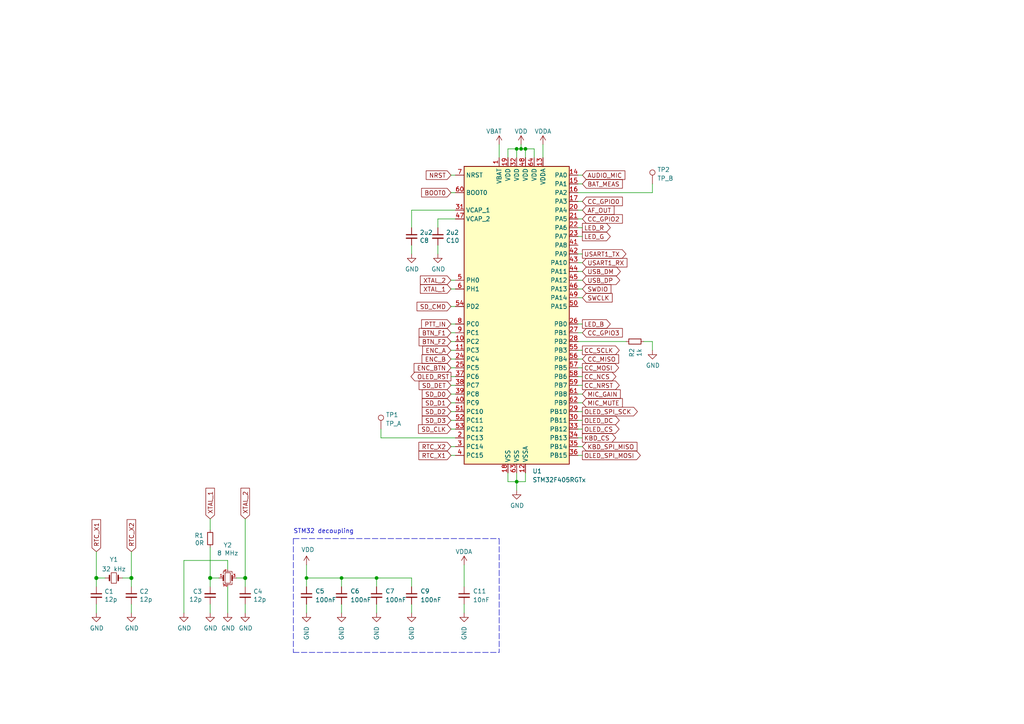
<source format=kicad_sch>
(kicad_sch (version 20211123) (generator eeschema)

  (uuid 9d497796-876a-451b-8222-a3af8826e6c4)

  (paper "A4")

  (title_block
    (title "Mini17 - QRP M17 handheld")
    (date "2022-07-25")
    (rev "A")
    (company "M17 Project")
  )

  (lib_symbols
    (symbol "Connector:TestPoint" (pin_numbers hide) (pin_names (offset 0.762) hide) (in_bom yes) (on_board yes)
      (property "Reference" "TP" (id 0) (at 0 6.858 0)
        (effects (font (size 1.27 1.27)))
      )
      (property "Value" "TestPoint" (id 1) (at 0 5.08 0)
        (effects (font (size 1.27 1.27)))
      )
      (property "Footprint" "" (id 2) (at 5.08 0 0)
        (effects (font (size 1.27 1.27)) hide)
      )
      (property "Datasheet" "~" (id 3) (at 5.08 0 0)
        (effects (font (size 1.27 1.27)) hide)
      )
      (property "ki_keywords" "test point tp" (id 4) (at 0 0 0)
        (effects (font (size 1.27 1.27)) hide)
      )
      (property "ki_description" "test point" (id 5) (at 0 0 0)
        (effects (font (size 1.27 1.27)) hide)
      )
      (property "ki_fp_filters" "Pin* Test*" (id 6) (at 0 0 0)
        (effects (font (size 1.27 1.27)) hide)
      )
      (symbol "TestPoint_0_1"
        (circle (center 0 3.302) (radius 0.762)
          (stroke (width 0) (type default) (color 0 0 0 0))
          (fill (type none))
        )
      )
      (symbol "TestPoint_1_1"
        (pin passive line (at 0 0 90) (length 2.54)
          (name "1" (effects (font (size 1.27 1.27))))
          (number "1" (effects (font (size 1.27 1.27))))
        )
      )
    )
    (symbol "Device:C_Small" (pin_numbers hide) (pin_names (offset 0.254) hide) (in_bom yes) (on_board yes)
      (property "Reference" "C" (id 0) (at 0.254 1.778 0)
        (effects (font (size 1.27 1.27)) (justify left))
      )
      (property "Value" "C_Small" (id 1) (at 0.254 -2.032 0)
        (effects (font (size 1.27 1.27)) (justify left))
      )
      (property "Footprint" "" (id 2) (at 0 0 0)
        (effects (font (size 1.27 1.27)) hide)
      )
      (property "Datasheet" "~" (id 3) (at 0 0 0)
        (effects (font (size 1.27 1.27)) hide)
      )
      (property "ki_keywords" "capacitor cap" (id 4) (at 0 0 0)
        (effects (font (size 1.27 1.27)) hide)
      )
      (property "ki_description" "Unpolarized capacitor, small symbol" (id 5) (at 0 0 0)
        (effects (font (size 1.27 1.27)) hide)
      )
      (property "ki_fp_filters" "C_*" (id 6) (at 0 0 0)
        (effects (font (size 1.27 1.27)) hide)
      )
      (symbol "C_Small_0_1"
        (polyline
          (pts
            (xy -1.524 -0.508)
            (xy 1.524 -0.508)
          )
          (stroke (width 0.3302) (type default) (color 0 0 0 0))
          (fill (type none))
        )
        (polyline
          (pts
            (xy -1.524 0.508)
            (xy 1.524 0.508)
          )
          (stroke (width 0.3048) (type default) (color 0 0 0 0))
          (fill (type none))
        )
      )
      (symbol "C_Small_1_1"
        (pin passive line (at 0 2.54 270) (length 2.032)
          (name "~" (effects (font (size 1.27 1.27))))
          (number "1" (effects (font (size 1.27 1.27))))
        )
        (pin passive line (at 0 -2.54 90) (length 2.032)
          (name "~" (effects (font (size 1.27 1.27))))
          (number "2" (effects (font (size 1.27 1.27))))
        )
      )
    )
    (symbol "Device:Crystal_GND24_Small" (pin_names (offset 1.016) hide) (in_bom yes) (on_board yes)
      (property "Reference" "Y" (id 0) (at 1.27 4.445 0)
        (effects (font (size 1.27 1.27)) (justify left))
      )
      (property "Value" "Crystal_GND24_Small" (id 1) (at 1.27 2.54 0)
        (effects (font (size 1.27 1.27)) (justify left))
      )
      (property "Footprint" "" (id 2) (at 0 0 0)
        (effects (font (size 1.27 1.27)) hide)
      )
      (property "Datasheet" "~" (id 3) (at 0 0 0)
        (effects (font (size 1.27 1.27)) hide)
      )
      (property "ki_keywords" "quartz ceramic resonator oscillator" (id 4) (at 0 0 0)
        (effects (font (size 1.27 1.27)) hide)
      )
      (property "ki_description" "Four pin crystal, GND on pins 2 and 4, small symbol" (id 5) (at 0 0 0)
        (effects (font (size 1.27 1.27)) hide)
      )
      (property "ki_fp_filters" "Crystal*" (id 6) (at 0 0 0)
        (effects (font (size 1.27 1.27)) hide)
      )
      (symbol "Crystal_GND24_Small_0_1"
        (rectangle (start -0.762 -1.524) (end 0.762 1.524)
          (stroke (width 0) (type default) (color 0 0 0 0))
          (fill (type none))
        )
        (polyline
          (pts
            (xy -1.27 -0.762)
            (xy -1.27 0.762)
          )
          (stroke (width 0.381) (type default) (color 0 0 0 0))
          (fill (type none))
        )
        (polyline
          (pts
            (xy 1.27 -0.762)
            (xy 1.27 0.762)
          )
          (stroke (width 0.381) (type default) (color 0 0 0 0))
          (fill (type none))
        )
        (polyline
          (pts
            (xy -1.27 -1.27)
            (xy -1.27 -1.905)
            (xy 1.27 -1.905)
            (xy 1.27 -1.27)
          )
          (stroke (width 0) (type default) (color 0 0 0 0))
          (fill (type none))
        )
        (polyline
          (pts
            (xy -1.27 1.27)
            (xy -1.27 1.905)
            (xy 1.27 1.905)
            (xy 1.27 1.27)
          )
          (stroke (width 0) (type default) (color 0 0 0 0))
          (fill (type none))
        )
      )
      (symbol "Crystal_GND24_Small_1_1"
        (pin passive line (at -2.54 0 0) (length 1.27)
          (name "1" (effects (font (size 1.27 1.27))))
          (number "1" (effects (font (size 0.762 0.762))))
        )
        (pin passive line (at 0 -2.54 90) (length 0.635)
          (name "2" (effects (font (size 1.27 1.27))))
          (number "2" (effects (font (size 0.762 0.762))))
        )
        (pin passive line (at 2.54 0 180) (length 1.27)
          (name "3" (effects (font (size 1.27 1.27))))
          (number "3" (effects (font (size 0.762 0.762))))
        )
        (pin passive line (at 0 2.54 270) (length 0.635)
          (name "4" (effects (font (size 1.27 1.27))))
          (number "4" (effects (font (size 0.762 0.762))))
        )
      )
    )
    (symbol "Device:Crystal_Small" (pin_numbers hide) (pin_names (offset 1.016) hide) (in_bom yes) (on_board yes)
      (property "Reference" "Y" (id 0) (at 0 2.54 0)
        (effects (font (size 1.27 1.27)))
      )
      (property "Value" "Crystal_Small" (id 1) (at 0 -2.54 0)
        (effects (font (size 1.27 1.27)))
      )
      (property "Footprint" "" (id 2) (at 0 0 0)
        (effects (font (size 1.27 1.27)) hide)
      )
      (property "Datasheet" "~" (id 3) (at 0 0 0)
        (effects (font (size 1.27 1.27)) hide)
      )
      (property "ki_keywords" "quartz ceramic resonator oscillator" (id 4) (at 0 0 0)
        (effects (font (size 1.27 1.27)) hide)
      )
      (property "ki_description" "Two pin crystal, small symbol" (id 5) (at 0 0 0)
        (effects (font (size 1.27 1.27)) hide)
      )
      (property "ki_fp_filters" "Crystal*" (id 6) (at 0 0 0)
        (effects (font (size 1.27 1.27)) hide)
      )
      (symbol "Crystal_Small_0_1"
        (rectangle (start -0.762 -1.524) (end 0.762 1.524)
          (stroke (width 0) (type default) (color 0 0 0 0))
          (fill (type none))
        )
        (polyline
          (pts
            (xy -1.27 -0.762)
            (xy -1.27 0.762)
          )
          (stroke (width 0.381) (type default) (color 0 0 0 0))
          (fill (type none))
        )
        (polyline
          (pts
            (xy 1.27 -0.762)
            (xy 1.27 0.762)
          )
          (stroke (width 0.381) (type default) (color 0 0 0 0))
          (fill (type none))
        )
      )
      (symbol "Crystal_Small_1_1"
        (pin passive line (at -2.54 0 0) (length 1.27)
          (name "1" (effects (font (size 1.27 1.27))))
          (number "1" (effects (font (size 1.27 1.27))))
        )
        (pin passive line (at 2.54 0 180) (length 1.27)
          (name "2" (effects (font (size 1.27 1.27))))
          (number "2" (effects (font (size 1.27 1.27))))
        )
      )
    )
    (symbol "Device:R_Small" (pin_numbers hide) (pin_names (offset 0.254) hide) (in_bom yes) (on_board yes)
      (property "Reference" "R" (id 0) (at 0.762 0.508 0)
        (effects (font (size 1.27 1.27)) (justify left))
      )
      (property "Value" "R_Small" (id 1) (at 0.762 -1.016 0)
        (effects (font (size 1.27 1.27)) (justify left))
      )
      (property "Footprint" "" (id 2) (at 0 0 0)
        (effects (font (size 1.27 1.27)) hide)
      )
      (property "Datasheet" "~" (id 3) (at 0 0 0)
        (effects (font (size 1.27 1.27)) hide)
      )
      (property "ki_keywords" "R resistor" (id 4) (at 0 0 0)
        (effects (font (size 1.27 1.27)) hide)
      )
      (property "ki_description" "Resistor, small symbol" (id 5) (at 0 0 0)
        (effects (font (size 1.27 1.27)) hide)
      )
      (property "ki_fp_filters" "R_*" (id 6) (at 0 0 0)
        (effects (font (size 1.27 1.27)) hide)
      )
      (symbol "R_Small_0_1"
        (rectangle (start -0.762 1.778) (end 0.762 -1.778)
          (stroke (width 0.2032) (type default) (color 0 0 0 0))
          (fill (type none))
        )
      )
      (symbol "R_Small_1_1"
        (pin passive line (at 0 2.54 270) (length 0.762)
          (name "~" (effects (font (size 1.27 1.27))))
          (number "1" (effects (font (size 1.27 1.27))))
        )
        (pin passive line (at 0 -2.54 90) (length 0.762)
          (name "~" (effects (font (size 1.27 1.27))))
          (number "2" (effects (font (size 1.27 1.27))))
        )
      )
    )
    (symbol "MCU_ST_STM32F4:STM32F405RGTx" (in_bom yes) (on_board yes)
      (property "Reference" "U" (id 0) (at -15.24 44.45 0)
        (effects (font (size 1.27 1.27)) (justify left))
      )
      (property "Value" "STM32F405RGTx" (id 1) (at 10.16 44.45 0)
        (effects (font (size 1.27 1.27)) (justify left))
      )
      (property "Footprint" "Package_QFP:LQFP-64_10x10mm_P0.5mm" (id 2) (at -15.24 -43.18 0)
        (effects (font (size 1.27 1.27)) (justify right) hide)
      )
      (property "Datasheet" "http://www.st.com/st-web-ui/static/active/en/resource/technical/document/datasheet/DM00037051.pdf" (id 3) (at 0 0 0)
        (effects (font (size 1.27 1.27)) hide)
      )
      (property "ki_keywords" "ARM Cortex-M4 STM32F4 STM32F405/415" (id 4) (at 0 0 0)
        (effects (font (size 1.27 1.27)) hide)
      )
      (property "ki_description" "ARM Cortex-M4 MCU, 1024KB flash, 128KB RAM, 168MHz, 1.8-3.6V, 51 GPIO, LQFP-64" (id 5) (at 0 0 0)
        (effects (font (size 1.27 1.27)) hide)
      )
      (property "ki_fp_filters" "LQFP*10x10mm*P0.5mm*" (id 6) (at 0 0 0)
        (effects (font (size 1.27 1.27)) hide)
      )
      (symbol "STM32F405RGTx_0_1"
        (rectangle (start -15.24 -43.18) (end 15.24 43.18)
          (stroke (width 0.254) (type default) (color 0 0 0 0))
          (fill (type background))
        )
      )
      (symbol "STM32F405RGTx_1_1"
        (pin power_in line (at -5.08 45.72 270) (length 2.54)
          (name "VBAT" (effects (font (size 1.27 1.27))))
          (number "1" (effects (font (size 1.27 1.27))))
        )
        (pin bidirectional line (at -17.78 -7.62 0) (length 2.54)
          (name "PC2" (effects (font (size 1.27 1.27))))
          (number "10" (effects (font (size 1.27 1.27))))
        )
        (pin bidirectional line (at -17.78 -10.16 0) (length 2.54)
          (name "PC3" (effects (font (size 1.27 1.27))))
          (number "11" (effects (font (size 1.27 1.27))))
        )
        (pin power_in line (at 2.54 -45.72 90) (length 2.54)
          (name "VSSA" (effects (font (size 1.27 1.27))))
          (number "12" (effects (font (size 1.27 1.27))))
        )
        (pin power_in line (at 7.62 45.72 270) (length 2.54)
          (name "VDDA" (effects (font (size 1.27 1.27))))
          (number "13" (effects (font (size 1.27 1.27))))
        )
        (pin bidirectional line (at 17.78 40.64 180) (length 2.54)
          (name "PA0" (effects (font (size 1.27 1.27))))
          (number "14" (effects (font (size 1.27 1.27))))
        )
        (pin bidirectional line (at 17.78 38.1 180) (length 2.54)
          (name "PA1" (effects (font (size 1.27 1.27))))
          (number "15" (effects (font (size 1.27 1.27))))
        )
        (pin bidirectional line (at 17.78 35.56 180) (length 2.54)
          (name "PA2" (effects (font (size 1.27 1.27))))
          (number "16" (effects (font (size 1.27 1.27))))
        )
        (pin bidirectional line (at 17.78 33.02 180) (length 2.54)
          (name "PA3" (effects (font (size 1.27 1.27))))
          (number "17" (effects (font (size 1.27 1.27))))
        )
        (pin power_in line (at -2.54 -45.72 90) (length 2.54)
          (name "VSS" (effects (font (size 1.27 1.27))))
          (number "18" (effects (font (size 1.27 1.27))))
        )
        (pin power_in line (at -2.54 45.72 270) (length 2.54)
          (name "VDD" (effects (font (size 1.27 1.27))))
          (number "19" (effects (font (size 1.27 1.27))))
        )
        (pin bidirectional line (at -17.78 -35.56 0) (length 2.54)
          (name "PC13" (effects (font (size 1.27 1.27))))
          (number "2" (effects (font (size 1.27 1.27))))
        )
        (pin bidirectional line (at 17.78 30.48 180) (length 2.54)
          (name "PA4" (effects (font (size 1.27 1.27))))
          (number "20" (effects (font (size 1.27 1.27))))
        )
        (pin bidirectional line (at 17.78 27.94 180) (length 2.54)
          (name "PA5" (effects (font (size 1.27 1.27))))
          (number "21" (effects (font (size 1.27 1.27))))
        )
        (pin bidirectional line (at 17.78 25.4 180) (length 2.54)
          (name "PA6" (effects (font (size 1.27 1.27))))
          (number "22" (effects (font (size 1.27 1.27))))
        )
        (pin bidirectional line (at 17.78 22.86 180) (length 2.54)
          (name "PA7" (effects (font (size 1.27 1.27))))
          (number "23" (effects (font (size 1.27 1.27))))
        )
        (pin bidirectional line (at -17.78 -12.7 0) (length 2.54)
          (name "PC4" (effects (font (size 1.27 1.27))))
          (number "24" (effects (font (size 1.27 1.27))))
        )
        (pin bidirectional line (at -17.78 -15.24 0) (length 2.54)
          (name "PC5" (effects (font (size 1.27 1.27))))
          (number "25" (effects (font (size 1.27 1.27))))
        )
        (pin bidirectional line (at 17.78 -2.54 180) (length 2.54)
          (name "PB0" (effects (font (size 1.27 1.27))))
          (number "26" (effects (font (size 1.27 1.27))))
        )
        (pin bidirectional line (at 17.78 -5.08 180) (length 2.54)
          (name "PB1" (effects (font (size 1.27 1.27))))
          (number "27" (effects (font (size 1.27 1.27))))
        )
        (pin bidirectional line (at 17.78 -7.62 180) (length 2.54)
          (name "PB2" (effects (font (size 1.27 1.27))))
          (number "28" (effects (font (size 1.27 1.27))))
        )
        (pin bidirectional line (at 17.78 -27.94 180) (length 2.54)
          (name "PB10" (effects (font (size 1.27 1.27))))
          (number "29" (effects (font (size 1.27 1.27))))
        )
        (pin bidirectional line (at -17.78 -38.1 0) (length 2.54)
          (name "PC14" (effects (font (size 1.27 1.27))))
          (number "3" (effects (font (size 1.27 1.27))))
        )
        (pin bidirectional line (at 17.78 -30.48 180) (length 2.54)
          (name "PB11" (effects (font (size 1.27 1.27))))
          (number "30" (effects (font (size 1.27 1.27))))
        )
        (pin power_in line (at -17.78 30.48 0) (length 2.54)
          (name "VCAP_1" (effects (font (size 1.27 1.27))))
          (number "31" (effects (font (size 1.27 1.27))))
        )
        (pin power_in line (at 0 45.72 270) (length 2.54)
          (name "VDD" (effects (font (size 1.27 1.27))))
          (number "32" (effects (font (size 1.27 1.27))))
        )
        (pin bidirectional line (at 17.78 -33.02 180) (length 2.54)
          (name "PB12" (effects (font (size 1.27 1.27))))
          (number "33" (effects (font (size 1.27 1.27))))
        )
        (pin bidirectional line (at 17.78 -35.56 180) (length 2.54)
          (name "PB13" (effects (font (size 1.27 1.27))))
          (number "34" (effects (font (size 1.27 1.27))))
        )
        (pin bidirectional line (at 17.78 -38.1 180) (length 2.54)
          (name "PB14" (effects (font (size 1.27 1.27))))
          (number "35" (effects (font (size 1.27 1.27))))
        )
        (pin bidirectional line (at 17.78 -40.64 180) (length 2.54)
          (name "PB15" (effects (font (size 1.27 1.27))))
          (number "36" (effects (font (size 1.27 1.27))))
        )
        (pin bidirectional line (at -17.78 -17.78 0) (length 2.54)
          (name "PC6" (effects (font (size 1.27 1.27))))
          (number "37" (effects (font (size 1.27 1.27))))
        )
        (pin bidirectional line (at -17.78 -20.32 0) (length 2.54)
          (name "PC7" (effects (font (size 1.27 1.27))))
          (number "38" (effects (font (size 1.27 1.27))))
        )
        (pin bidirectional line (at -17.78 -22.86 0) (length 2.54)
          (name "PC8" (effects (font (size 1.27 1.27))))
          (number "39" (effects (font (size 1.27 1.27))))
        )
        (pin bidirectional line (at -17.78 -40.64 0) (length 2.54)
          (name "PC15" (effects (font (size 1.27 1.27))))
          (number "4" (effects (font (size 1.27 1.27))))
        )
        (pin bidirectional line (at -17.78 -25.4 0) (length 2.54)
          (name "PC9" (effects (font (size 1.27 1.27))))
          (number "40" (effects (font (size 1.27 1.27))))
        )
        (pin bidirectional line (at 17.78 20.32 180) (length 2.54)
          (name "PA8" (effects (font (size 1.27 1.27))))
          (number "41" (effects (font (size 1.27 1.27))))
        )
        (pin bidirectional line (at 17.78 17.78 180) (length 2.54)
          (name "PA9" (effects (font (size 1.27 1.27))))
          (number "42" (effects (font (size 1.27 1.27))))
        )
        (pin bidirectional line (at 17.78 15.24 180) (length 2.54)
          (name "PA10" (effects (font (size 1.27 1.27))))
          (number "43" (effects (font (size 1.27 1.27))))
        )
        (pin bidirectional line (at 17.78 12.7 180) (length 2.54)
          (name "PA11" (effects (font (size 1.27 1.27))))
          (number "44" (effects (font (size 1.27 1.27))))
        )
        (pin bidirectional line (at 17.78 10.16 180) (length 2.54)
          (name "PA12" (effects (font (size 1.27 1.27))))
          (number "45" (effects (font (size 1.27 1.27))))
        )
        (pin bidirectional line (at 17.78 7.62 180) (length 2.54)
          (name "PA13" (effects (font (size 1.27 1.27))))
          (number "46" (effects (font (size 1.27 1.27))))
        )
        (pin power_in line (at -17.78 27.94 0) (length 2.54)
          (name "VCAP_2" (effects (font (size 1.27 1.27))))
          (number "47" (effects (font (size 1.27 1.27))))
        )
        (pin power_in line (at 2.54 45.72 270) (length 2.54)
          (name "VDD" (effects (font (size 1.27 1.27))))
          (number "48" (effects (font (size 1.27 1.27))))
        )
        (pin bidirectional line (at 17.78 5.08 180) (length 2.54)
          (name "PA14" (effects (font (size 1.27 1.27))))
          (number "49" (effects (font (size 1.27 1.27))))
        )
        (pin input line (at -17.78 10.16 0) (length 2.54)
          (name "PH0" (effects (font (size 1.27 1.27))))
          (number "5" (effects (font (size 1.27 1.27))))
        )
        (pin bidirectional line (at 17.78 2.54 180) (length 2.54)
          (name "PA15" (effects (font (size 1.27 1.27))))
          (number "50" (effects (font (size 1.27 1.27))))
        )
        (pin bidirectional line (at -17.78 -27.94 0) (length 2.54)
          (name "PC10" (effects (font (size 1.27 1.27))))
          (number "51" (effects (font (size 1.27 1.27))))
        )
        (pin bidirectional line (at -17.78 -30.48 0) (length 2.54)
          (name "PC11" (effects (font (size 1.27 1.27))))
          (number "52" (effects (font (size 1.27 1.27))))
        )
        (pin bidirectional line (at -17.78 -33.02 0) (length 2.54)
          (name "PC12" (effects (font (size 1.27 1.27))))
          (number "53" (effects (font (size 1.27 1.27))))
        )
        (pin bidirectional line (at -17.78 2.54 0) (length 2.54)
          (name "PD2" (effects (font (size 1.27 1.27))))
          (number "54" (effects (font (size 1.27 1.27))))
        )
        (pin bidirectional line (at 17.78 -10.16 180) (length 2.54)
          (name "PB3" (effects (font (size 1.27 1.27))))
          (number "55" (effects (font (size 1.27 1.27))))
        )
        (pin bidirectional line (at 17.78 -12.7 180) (length 2.54)
          (name "PB4" (effects (font (size 1.27 1.27))))
          (number "56" (effects (font (size 1.27 1.27))))
        )
        (pin bidirectional line (at 17.78 -15.24 180) (length 2.54)
          (name "PB5" (effects (font (size 1.27 1.27))))
          (number "57" (effects (font (size 1.27 1.27))))
        )
        (pin bidirectional line (at 17.78 -17.78 180) (length 2.54)
          (name "PB6" (effects (font (size 1.27 1.27))))
          (number "58" (effects (font (size 1.27 1.27))))
        )
        (pin bidirectional line (at 17.78 -20.32 180) (length 2.54)
          (name "PB7" (effects (font (size 1.27 1.27))))
          (number "59" (effects (font (size 1.27 1.27))))
        )
        (pin input line (at -17.78 7.62 0) (length 2.54)
          (name "PH1" (effects (font (size 1.27 1.27))))
          (number "6" (effects (font (size 1.27 1.27))))
        )
        (pin input line (at -17.78 35.56 0) (length 2.54)
          (name "BOOT0" (effects (font (size 1.27 1.27))))
          (number "60" (effects (font (size 1.27 1.27))))
        )
        (pin bidirectional line (at 17.78 -22.86 180) (length 2.54)
          (name "PB8" (effects (font (size 1.27 1.27))))
          (number "61" (effects (font (size 1.27 1.27))))
        )
        (pin bidirectional line (at 17.78 -25.4 180) (length 2.54)
          (name "PB9" (effects (font (size 1.27 1.27))))
          (number "62" (effects (font (size 1.27 1.27))))
        )
        (pin power_in line (at 0 -45.72 90) (length 2.54)
          (name "VSS" (effects (font (size 1.27 1.27))))
          (number "63" (effects (font (size 1.27 1.27))))
        )
        (pin power_in line (at 5.08 45.72 270) (length 2.54)
          (name "VDD" (effects (font (size 1.27 1.27))))
          (number "64" (effects (font (size 1.27 1.27))))
        )
        (pin input line (at -17.78 40.64 0) (length 2.54)
          (name "NRST" (effects (font (size 1.27 1.27))))
          (number "7" (effects (font (size 1.27 1.27))))
        )
        (pin bidirectional line (at -17.78 -2.54 0) (length 2.54)
          (name "PC0" (effects (font (size 1.27 1.27))))
          (number "8" (effects (font (size 1.27 1.27))))
        )
        (pin bidirectional line (at -17.78 -5.08 0) (length 2.54)
          (name "PC1" (effects (font (size 1.27 1.27))))
          (number "9" (effects (font (size 1.27 1.27))))
        )
      )
    )
    (symbol "pkl_device:pkl_C_Small" (pin_numbers hide) (pin_names (offset 0.254) hide) (in_bom yes) (on_board yes)
      (property "Reference" "C" (id 0) (at 0.254 1.778 0)
        (effects (font (size 1.27 1.27)) (justify left))
      )
      (property "Value" "pkl_C_Small" (id 1) (at 0.254 -2.032 0)
        (effects (font (size 1.27 1.27)) (justify left))
      )
      (property "Footprint" "" (id 2) (at 0 0 0)
        (effects (font (size 1.524 1.524)))
      )
      (property "Datasheet" "" (id 3) (at 0 0 0)
        (effects (font (size 1.524 1.524)))
      )
      (property "ki_description" "Unpolarized capacitor" (id 4) (at 0 0 0)
        (effects (font (size 1.27 1.27)) hide)
      )
      (property "ki_fp_filters" "C? C_????_* C_???? SMD*_c Capacitor*" (id 5) (at 0 0 0)
        (effects (font (size 1.27 1.27)) hide)
      )
      (symbol "pkl_C_Small_0_1"
        (polyline
          (pts
            (xy -1.524 -0.508)
            (xy 1.524 -0.508)
          )
          (stroke (width 0.3302) (type default) (color 0 0 0 0))
          (fill (type none))
        )
        (polyline
          (pts
            (xy -1.524 0.508)
            (xy 1.524 0.508)
          )
          (stroke (width 0.3048) (type default) (color 0 0 0 0))
          (fill (type none))
        )
      )
      (symbol "pkl_C_Small_1_1"
        (pin passive line (at 0 2.54 270) (length 1.905)
          (name "~" (effects (font (size 1.016 1.016))))
          (number "1" (effects (font (size 1.016 1.016))))
        )
        (pin passive line (at 0 -2.54 90) (length 2.032)
          (name "~" (effects (font (size 1.016 1.016))))
          (number "2" (effects (font (size 1.016 1.016))))
        )
      )
    )
    (symbol "pkl_power:VBAT" (power) (pin_names (offset 0)) (in_bom yes) (on_board yes)
      (property "Reference" "#PWR" (id 0) (at 0 -3.81 0)
        (effects (font (size 1.27 1.27)) hide)
      )
      (property "Value" "VBAT" (id 1) (at 0 3.556 0)
        (effects (font (size 1.27 1.27)))
      )
      (property "Footprint" "" (id 2) (at 0 0 0)
        (effects (font (size 1.27 1.27)) hide)
      )
      (property "Datasheet" "" (id 3) (at 0 0 0)
        (effects (font (size 1.27 1.27)) hide)
      )
      (property "ki_keywords" "power-flag battery" (id 4) (at 0 0 0)
        (effects (font (size 1.27 1.27)) hide)
      )
      (property "ki_description" "Power symbol creates a global label with name \"VBAT\"" (id 5) (at 0 0 0)
        (effects (font (size 1.27 1.27)) hide)
      )
      (symbol "VBAT_0_1"
        (polyline
          (pts
            (xy -0.762 1.27)
            (xy 0 2.54)
          )
          (stroke (width 0) (type default) (color 0 0 0 0))
          (fill (type none))
        )
        (polyline
          (pts
            (xy 0 0)
            (xy 0 2.54)
          )
          (stroke (width 0) (type default) (color 0 0 0 0))
          (fill (type none))
        )
        (polyline
          (pts
            (xy 0 2.54)
            (xy 0.762 1.27)
          )
          (stroke (width 0) (type default) (color 0 0 0 0))
          (fill (type none))
        )
      )
      (symbol "VBAT_1_1"
        (pin power_in line (at 0 0 90) (length 0) hide
          (name "VBAT" (effects (font (size 1.27 1.27))))
          (number "1" (effects (font (size 1.27 1.27))))
        )
      )
    )
    (symbol "power:GND" (power) (pin_names (offset 0)) (in_bom yes) (on_board yes)
      (property "Reference" "#PWR" (id 0) (at 0 -6.35 0)
        (effects (font (size 1.27 1.27)) hide)
      )
      (property "Value" "GND" (id 1) (at 0 -3.81 0)
        (effects (font (size 1.27 1.27)))
      )
      (property "Footprint" "" (id 2) (at 0 0 0)
        (effects (font (size 1.27 1.27)) hide)
      )
      (property "Datasheet" "" (id 3) (at 0 0 0)
        (effects (font (size 1.27 1.27)) hide)
      )
      (property "ki_keywords" "power-flag" (id 4) (at 0 0 0)
        (effects (font (size 1.27 1.27)) hide)
      )
      (property "ki_description" "Power symbol creates a global label with name \"GND\" , ground" (id 5) (at 0 0 0)
        (effects (font (size 1.27 1.27)) hide)
      )
      (symbol "GND_0_1"
        (polyline
          (pts
            (xy 0 0)
            (xy 0 -1.27)
            (xy 1.27 -1.27)
            (xy 0 -2.54)
            (xy -1.27 -1.27)
            (xy 0 -1.27)
          )
          (stroke (width 0) (type default) (color 0 0 0 0))
          (fill (type none))
        )
      )
      (symbol "GND_1_1"
        (pin power_in line (at 0 0 270) (length 0) hide
          (name "GND" (effects (font (size 1.27 1.27))))
          (number "1" (effects (font (size 1.27 1.27))))
        )
      )
    )
    (symbol "power:VDD" (power) (pin_names (offset 0)) (in_bom yes) (on_board yes)
      (property "Reference" "#PWR" (id 0) (at 0 -3.81 0)
        (effects (font (size 1.27 1.27)) hide)
      )
      (property "Value" "VDD" (id 1) (at 0 3.81 0)
        (effects (font (size 1.27 1.27)))
      )
      (property "Footprint" "" (id 2) (at 0 0 0)
        (effects (font (size 1.27 1.27)) hide)
      )
      (property "Datasheet" "" (id 3) (at 0 0 0)
        (effects (font (size 1.27 1.27)) hide)
      )
      (property "ki_keywords" "power-flag" (id 4) (at 0 0 0)
        (effects (font (size 1.27 1.27)) hide)
      )
      (property "ki_description" "Power symbol creates a global label with name \"VDD\"" (id 5) (at 0 0 0)
        (effects (font (size 1.27 1.27)) hide)
      )
      (symbol "VDD_0_1"
        (polyline
          (pts
            (xy -0.762 1.27)
            (xy 0 2.54)
          )
          (stroke (width 0) (type default) (color 0 0 0 0))
          (fill (type none))
        )
        (polyline
          (pts
            (xy 0 0)
            (xy 0 2.54)
          )
          (stroke (width 0) (type default) (color 0 0 0 0))
          (fill (type none))
        )
        (polyline
          (pts
            (xy 0 2.54)
            (xy 0.762 1.27)
          )
          (stroke (width 0) (type default) (color 0 0 0 0))
          (fill (type none))
        )
      )
      (symbol "VDD_1_1"
        (pin power_in line (at 0 0 90) (length 0) hide
          (name "VDD" (effects (font (size 1.27 1.27))))
          (number "1" (effects (font (size 1.27 1.27))))
        )
      )
    )
    (symbol "power:VDDA" (power) (pin_names (offset 0)) (in_bom yes) (on_board yes)
      (property "Reference" "#PWR" (id 0) (at 0 -3.81 0)
        (effects (font (size 1.27 1.27)) hide)
      )
      (property "Value" "VDDA" (id 1) (at 0 3.81 0)
        (effects (font (size 1.27 1.27)))
      )
      (property "Footprint" "" (id 2) (at 0 0 0)
        (effects (font (size 1.27 1.27)) hide)
      )
      (property "Datasheet" "" (id 3) (at 0 0 0)
        (effects (font (size 1.27 1.27)) hide)
      )
      (property "ki_keywords" "power-flag" (id 4) (at 0 0 0)
        (effects (font (size 1.27 1.27)) hide)
      )
      (property "ki_description" "Power symbol creates a global label with name \"VDDA\"" (id 5) (at 0 0 0)
        (effects (font (size 1.27 1.27)) hide)
      )
      (symbol "VDDA_0_1"
        (polyline
          (pts
            (xy -0.762 1.27)
            (xy 0 2.54)
          )
          (stroke (width 0) (type default) (color 0 0 0 0))
          (fill (type none))
        )
        (polyline
          (pts
            (xy 0 0)
            (xy 0 2.54)
          )
          (stroke (width 0) (type default) (color 0 0 0 0))
          (fill (type none))
        )
        (polyline
          (pts
            (xy 0 2.54)
            (xy 0.762 1.27)
          )
          (stroke (width 0) (type default) (color 0 0 0 0))
          (fill (type none))
        )
      )
      (symbol "VDDA_1_1"
        (pin power_in line (at 0 0 90) (length 0) hide
          (name "VDDA" (effects (font (size 1.27 1.27))))
          (number "1" (effects (font (size 1.27 1.27))))
        )
      )
    )
  )

  (junction (at 38.1 167.64) (diameter 1.016) (color 0 0 0 0)
    (uuid 0e3f4ad8-b2d9-4d71-9fea-bdbfbabc3594)
  )
  (junction (at 109.22 167.64) (diameter 0) (color 0 0 0 0)
    (uuid 12e6accd-b7e8-4875-a7a3-8e4be326f3b1)
  )
  (junction (at 151.13 43.18) (diameter 0) (color 0 0 0 0)
    (uuid 2b8710d8-2ed6-4702-8a7f-91e6e0b0d0f1)
  )
  (junction (at 71.12 167.64) (diameter 1.016) (color 0 0 0 0)
    (uuid 355a8674-734f-4000-b0cc-2f46623aeee4)
  )
  (junction (at 99.06 167.64) (diameter 0) (color 0 0 0 0)
    (uuid 3b602836-eafb-48e0-bc6d-cb4a32875fae)
  )
  (junction (at 27.94 167.64) (diameter 1.016) (color 0 0 0 0)
    (uuid 4dc3a542-6f12-4c84-b995-210980ab19b3)
  )
  (junction (at 88.9 167.64) (diameter 0) (color 0 0 0 0)
    (uuid 865e47dd-188b-40c6-9cd5-136873148da3)
  )
  (junction (at 152.4 43.18) (diameter 0) (color 0 0 0 0)
    (uuid 8c6b0b0b-9ba3-47ee-951f-d4a30d023069)
  )
  (junction (at 149.86 139.7) (diameter 0) (color 0 0 0 0)
    (uuid a85e2bb5-dee9-4969-8157-d726b70c7475)
  )
  (junction (at 149.86 43.18) (diameter 0) (color 0 0 0 0)
    (uuid b8d14efb-eda8-4cd6-bf66-3333138fac17)
  )
  (junction (at 60.96 167.64) (diameter 1.016) (color 0 0 0 0)
    (uuid e1f2789d-1d05-4bee-96db-01d2881dd81d)
  )

  (wire (pts (xy 88.9 175.26) (xy 88.9 177.8))
    (stroke (width 0) (type default) (color 0 0 0 0))
    (uuid 063c130f-0ffe-4882-880d-658fee0b373a)
  )
  (polyline (pts (xy 85.09 189.23) (xy 144.78 189.23))
    (stroke (width 0) (type default) (color 0 0 0 0))
    (uuid 0b83ceeb-2a25-47a5-afb9-5b6bcf9bcf9d)
  )

  (wire (pts (xy 134.62 175.26) (xy 134.62 177.8))
    (stroke (width 0) (type default) (color 0 0 0 0))
    (uuid 0ee4dafe-38d8-4d12-b977-3f978dab4d97)
  )
  (wire (pts (xy 147.32 137.16) (xy 147.32 139.7))
    (stroke (width 0) (type default) (color 0 0 0 0))
    (uuid 11aa3165-0ec4-4290-a945-0e0fbc1701cf)
  )
  (wire (pts (xy 151.13 43.18) (xy 152.4 43.18))
    (stroke (width 0) (type default) (color 0 0 0 0))
    (uuid 168c3415-f18a-443b-b8f3-12ac734cec2f)
  )
  (wire (pts (xy 130.81 96.52) (xy 132.08 96.52))
    (stroke (width 0) (type default) (color 0 0 0 0))
    (uuid 18cc0f76-1994-406b-a57c-cb8316f26613)
  )
  (wire (pts (xy 149.86 139.7) (xy 149.86 142.24))
    (stroke (width 0) (type default) (color 0 0 0 0))
    (uuid 1a9ccd62-99c1-4930-a1dc-48b171f84c4b)
  )
  (wire (pts (xy 168.91 119.38) (xy 167.64 119.38))
    (stroke (width 0) (type default) (color 0 0 0 0))
    (uuid 1b5c0122-e162-4556-85b0-21e5b1bc882d)
  )
  (wire (pts (xy 134.62 163.83) (xy 134.62 170.18))
    (stroke (width 0) (type default) (color 0 0 0 0))
    (uuid 1cd4eb32-033e-479f-a7fc-0aaad8a3b7c6)
  )
  (polyline (pts (xy 144.78 156.21) (xy 144.78 189.23))
    (stroke (width 0) (type default) (color 0 0 0 0))
    (uuid 1e8677ee-e48f-401a-b1ca-0f4aaddc542c)
  )
  (polyline (pts (xy 85.09 156.21) (xy 144.78 156.21))
    (stroke (width 0) (type default) (color 0 0 0 0))
    (uuid 21ddff62-3ffe-4e5b-a9d7-1d6a7e1e1de0)
  )

  (wire (pts (xy 68.58 167.64) (xy 71.12 167.64))
    (stroke (width 0) (type solid) (color 0 0 0 0))
    (uuid 24cc4fd3-4876-486e-bff5-b462f4b503fb)
  )
  (wire (pts (xy 130.81 81.28) (xy 132.08 81.28))
    (stroke (width 0) (type default) (color 0 0 0 0))
    (uuid 24fde36b-bb75-498a-b3a7-0e31b33f0f6d)
  )
  (wire (pts (xy 152.4 43.18) (xy 154.94 43.18))
    (stroke (width 0) (type default) (color 0 0 0 0))
    (uuid 2b8252b0-af6a-4e51-ab3d-325c02022bc1)
  )
  (wire (pts (xy 99.06 167.64) (xy 109.22 167.64))
    (stroke (width 0) (type default) (color 0 0 0 0))
    (uuid 2cbafab8-26c1-430b-815d-6d772eb5c8c9)
  )
  (wire (pts (xy 147.32 43.18) (xy 149.86 43.18))
    (stroke (width 0) (type default) (color 0 0 0 0))
    (uuid 2d885981-7bd9-4824-94a3-3ed9f643e057)
  )
  (wire (pts (xy 132.08 63.5) (xy 127 63.5))
    (stroke (width 0) (type default) (color 0 0 0 0))
    (uuid 33770169-092b-45ca-b49a-ba7908d196db)
  )
  (wire (pts (xy 147.32 45.72) (xy 147.32 43.18))
    (stroke (width 0) (type default) (color 0 0 0 0))
    (uuid 33cf3a82-aa03-4f56-b115-cf26b0379512)
  )
  (wire (pts (xy 27.94 167.64) (xy 30.48 167.64))
    (stroke (width 0) (type solid) (color 0 0 0 0))
    (uuid 33e47590-ab8e-4a36-a5c4-e458fd71a636)
  )
  (wire (pts (xy 167.64 55.88) (xy 189.23 55.88))
    (stroke (width 0) (type default) (color 0 0 0 0))
    (uuid 34760022-0cd1-40f8-985f-074b37232f0e)
  )
  (wire (pts (xy 127 71.12) (xy 127 73.66))
    (stroke (width 0) (type default) (color 0 0 0 0))
    (uuid 3568e8c0-adc4-477d-9ba3-5d4aae35473c)
  )
  (wire (pts (xy 27.94 160.02) (xy 27.94 167.64))
    (stroke (width 0) (type solid) (color 0 0 0 0))
    (uuid 37fb28c1-6e99-4960-b745-098123ba07a5)
  )
  (wire (pts (xy 109.22 170.18) (xy 109.22 167.64))
    (stroke (width 0) (type default) (color 0 0 0 0))
    (uuid 380680ef-4dca-4147-a45b-c68ef81c3c90)
  )
  (wire (pts (xy 147.32 139.7) (xy 149.86 139.7))
    (stroke (width 0) (type default) (color 0 0 0 0))
    (uuid 3898d3a3-ce84-4b05-894b-bfb4c873c325)
  )
  (wire (pts (xy 168.91 86.36) (xy 167.64 86.36))
    (stroke (width 0) (type default) (color 0 0 0 0))
    (uuid 39ce47e6-6004-4d5e-9388-4091c6c903c8)
  )
  (wire (pts (xy 168.91 63.5) (xy 167.64 63.5))
    (stroke (width 0) (type default) (color 0 0 0 0))
    (uuid 3cdc2f67-b8dd-4e24-b4c7-481c648b5482)
  )
  (wire (pts (xy 168.91 124.46) (xy 167.64 124.46))
    (stroke (width 0) (type default) (color 0 0 0 0))
    (uuid 3d3b827a-7835-4408-853b-8857caac9b9d)
  )
  (wire (pts (xy 168.91 68.58) (xy 167.64 68.58))
    (stroke (width 0) (type default) (color 0 0 0 0))
    (uuid 3e54ed76-1219-4d51-9735-d67b571d2abd)
  )
  (wire (pts (xy 189.23 99.06) (xy 189.23 101.6))
    (stroke (width 0) (type default) (color 0 0 0 0))
    (uuid 3f73953e-7599-40cb-a36a-c9037a18d1f8)
  )
  (wire (pts (xy 99.06 170.18) (xy 99.06 167.64))
    (stroke (width 0) (type default) (color 0 0 0 0))
    (uuid 40444891-0b23-4bf8-bd56-c74889bd611f)
  )
  (wire (pts (xy 130.81 111.76) (xy 132.08 111.76))
    (stroke (width 0) (type default) (color 0 0 0 0))
    (uuid 404886a4-83d0-44e7-a20f-a33a00baf781)
  )
  (wire (pts (xy 149.86 43.18) (xy 151.13 43.18))
    (stroke (width 0) (type default) (color 0 0 0 0))
    (uuid 40cf66fc-d521-4700-a49d-b426aa8b9361)
  )
  (wire (pts (xy 168.91 121.92) (xy 167.64 121.92))
    (stroke (width 0) (type default) (color 0 0 0 0))
    (uuid 475983e5-dd37-4802-b5ac-27b701a22f2a)
  )
  (wire (pts (xy 168.91 116.84) (xy 167.64 116.84))
    (stroke (width 0) (type default) (color 0 0 0 0))
    (uuid 4a4f8d46-e564-457d-aee6-5a2e3a5b5d35)
  )
  (wire (pts (xy 168.91 127) (xy 167.64 127))
    (stroke (width 0) (type default) (color 0 0 0 0))
    (uuid 4adab376-8907-4268-ad90-1a39734368d4)
  )
  (wire (pts (xy 149.86 137.16) (xy 149.86 139.7))
    (stroke (width 0) (type default) (color 0 0 0 0))
    (uuid 4ba0f83f-a804-4184-a7e0-a3c5e50e5f2d)
  )
  (wire (pts (xy 130.81 101.6) (xy 132.08 101.6))
    (stroke (width 0) (type default) (color 0 0 0 0))
    (uuid 4bc17fe2-8370-44eb-a41f-338db047b934)
  )
  (wire (pts (xy 130.81 116.84) (xy 132.08 116.84))
    (stroke (width 0) (type default) (color 0 0 0 0))
    (uuid 4f455785-c838-4992-bd72-d13b8367eb73)
  )
  (wire (pts (xy 167.64 99.06) (xy 181.61 99.06))
    (stroke (width 0) (type default) (color 0 0 0 0))
    (uuid 50d97d28-e997-4344-85cd-5eeb749f4ad5)
  )
  (wire (pts (xy 60.96 150.495) (xy 60.96 153.67))
    (stroke (width 0) (type default) (color 0 0 0 0))
    (uuid 54099bd1-21a1-4a23-82ca-95eda54ed943)
  )
  (wire (pts (xy 168.91 132.08) (xy 167.64 132.08))
    (stroke (width 0) (type default) (color 0 0 0 0))
    (uuid 560a2dab-0b2a-4016-9af7-6b2df2e25bdc)
  )
  (wire (pts (xy 168.91 101.6) (xy 167.64 101.6))
    (stroke (width 0) (type default) (color 0 0 0 0))
    (uuid 5696f451-15db-4fba-a31c-96a2e477de66)
  )
  (wire (pts (xy 168.91 109.22) (xy 167.64 109.22))
    (stroke (width 0) (type default) (color 0 0 0 0))
    (uuid 5875a5e5-7263-4b11-a616-f38e3bdf41c8)
  )
  (wire (pts (xy 66.04 170.18) (xy 66.04 177.8))
    (stroke (width 0) (type solid) (color 0 0 0 0))
    (uuid 5942bc7b-acbf-40b4-a123-7a43a48651d8)
  )
  (wire (pts (xy 60.96 167.64) (xy 63.5 167.64))
    (stroke (width 0) (type solid) (color 0 0 0 0))
    (uuid 67968b78-d7f1-4eb8-a435-6178bffd3695)
  )
  (wire (pts (xy 168.91 96.52) (xy 167.64 96.52))
    (stroke (width 0) (type default) (color 0 0 0 0))
    (uuid 699fd41a-52fb-497d-b40e-0b684057c3ec)
  )
  (wire (pts (xy 71.12 175.26) (xy 71.12 177.8))
    (stroke (width 0) (type solid) (color 0 0 0 0))
    (uuid 6b03edb3-377b-4177-a42f-2e53b9eb72f3)
  )
  (wire (pts (xy 186.69 99.06) (xy 189.23 99.06))
    (stroke (width 0) (type default) (color 0 0 0 0))
    (uuid 6b2742de-22f7-4770-a5da-9e66a9803a30)
  )
  (wire (pts (xy 109.22 175.26) (xy 109.22 177.8))
    (stroke (width 0) (type default) (color 0 0 0 0))
    (uuid 6d0e0b56-1b04-4cc5-8c75-ff1e04f8bf97)
  )
  (wire (pts (xy 119.38 66.04) (xy 119.38 60.96))
    (stroke (width 0) (type default) (color 0 0 0 0))
    (uuid 6f0ed5fd-16e2-48b7-a9f3-e8a3d9e274cb)
  )
  (wire (pts (xy 149.86 139.7) (xy 152.4 139.7))
    (stroke (width 0) (type default) (color 0 0 0 0))
    (uuid 6ffd860a-587b-498e-bcbe-0dcc99108b06)
  )
  (wire (pts (xy 144.78 41.91) (xy 144.78 45.72))
    (stroke (width 0) (type default) (color 0 0 0 0))
    (uuid 71d3cf78-40cf-4602-b164-bb9201c5f828)
  )
  (wire (pts (xy 71.12 167.64) (xy 71.12 170.18))
    (stroke (width 0) (type solid) (color 0 0 0 0))
    (uuid 753b4fa2-8b75-49b7-ac8e-0ec5cfb772d2)
  )
  (wire (pts (xy 168.91 58.42) (xy 167.64 58.42))
    (stroke (width 0) (type default) (color 0 0 0 0))
    (uuid 78050761-d416-425a-ae00-f06d62fa173f)
  )
  (wire (pts (xy 168.91 78.74) (xy 167.64 78.74))
    (stroke (width 0) (type default) (color 0 0 0 0))
    (uuid 78c8d19c-8ddc-4b8d-a464-edbff2a97e7a)
  )
  (wire (pts (xy 130.81 88.9) (xy 132.08 88.9))
    (stroke (width 0) (type default) (color 0 0 0 0))
    (uuid 794460fe-bf69-413d-a28a-8b656d2c1364)
  )
  (wire (pts (xy 130.81 119.38) (xy 132.08 119.38))
    (stroke (width 0) (type default) (color 0 0 0 0))
    (uuid 8444ae80-6473-49c3-b4c6-2bc4fdeb1f28)
  )
  (wire (pts (xy 168.91 81.28) (xy 167.64 81.28))
    (stroke (width 0) (type default) (color 0 0 0 0))
    (uuid 8a1b1187-c135-4a5c-bd18-2b57bb41f049)
  )
  (wire (pts (xy 168.91 129.54) (xy 167.64 129.54))
    (stroke (width 0) (type default) (color 0 0 0 0))
    (uuid 8a2f48d0-543a-4e68-be1d-d362e7148a75)
  )
  (wire (pts (xy 130.81 129.54) (xy 132.08 129.54))
    (stroke (width 0) (type default) (color 0 0 0 0))
    (uuid 8a810f00-2ae8-4edb-90d5-3c32f3f1d144)
  )
  (wire (pts (xy 168.91 76.2) (xy 167.64 76.2))
    (stroke (width 0) (type default) (color 0 0 0 0))
    (uuid 8d32ad6a-cb03-4b61-9d8f-8cd21a6ead0c)
  )
  (wire (pts (xy 130.81 124.46) (xy 132.08 124.46))
    (stroke (width 0) (type default) (color 0 0 0 0))
    (uuid 8d827ea2-3897-410b-a5dd-d54ee400bfdf)
  )
  (wire (pts (xy 130.81 132.08) (xy 132.08 132.08))
    (stroke (width 0) (type default) (color 0 0 0 0))
    (uuid 9153defd-c006-47f2-b6c2-1408ef6f225c)
  )
  (wire (pts (xy 119.38 60.96) (xy 132.08 60.96))
    (stroke (width 0) (type default) (color 0 0 0 0))
    (uuid 9209bcf4-b752-418f-b107-6f65f71b7007)
  )
  (wire (pts (xy 130.81 121.92) (xy 132.08 121.92))
    (stroke (width 0) (type default) (color 0 0 0 0))
    (uuid 9421cec7-6ee3-4fe8-92b7-508f26ed1d25)
  )
  (wire (pts (xy 130.81 50.8) (xy 132.08 50.8))
    (stroke (width 0) (type default) (color 0 0 0 0))
    (uuid 94230b2b-d1c3-48c6-92ea-e2ce0b265bf6)
  )
  (wire (pts (xy 168.91 73.66) (xy 167.64 73.66))
    (stroke (width 0) (type default) (color 0 0 0 0))
    (uuid 98f33f90-a74d-42b2-ace0-96dc3ce48cb9)
  )
  (wire (pts (xy 168.91 93.98) (xy 167.64 93.98))
    (stroke (width 0) (type default) (color 0 0 0 0))
    (uuid 99876fa5-b473-4282-8d07-5ac6f0d349b9)
  )
  (wire (pts (xy 88.9 170.18) (xy 88.9 167.64))
    (stroke (width 0) (type default) (color 0 0 0 0))
    (uuid 9ac965fd-959f-46ed-a063-a0764ce90446)
  )
  (wire (pts (xy 53.34 162.56) (xy 53.34 177.8))
    (stroke (width 0) (type solid) (color 0 0 0 0))
    (uuid 9b4aa45a-6010-4a82-88ed-7df4b908b971)
  )
  (wire (pts (xy 109.22 167.64) (xy 119.38 167.64))
    (stroke (width 0) (type default) (color 0 0 0 0))
    (uuid a925e148-d7dc-4010-92bd-7850a67171fa)
  )
  (wire (pts (xy 168.91 114.3) (xy 167.64 114.3))
    (stroke (width 0) (type default) (color 0 0 0 0))
    (uuid aacf75a8-d6c1-465d-8bbd-b68cfc13900b)
  )
  (wire (pts (xy 189.23 55.88) (xy 189.23 53.34))
    (stroke (width 0) (type default) (color 0 0 0 0))
    (uuid ab2955b5-d431-4750-97de-f0ab0496264f)
  )
  (wire (pts (xy 157.48 41.91) (xy 157.48 45.72))
    (stroke (width 0) (type default) (color 0 0 0 0))
    (uuid ac9a839c-59a3-4921-8f35-662f261fced6)
  )
  (wire (pts (xy 88.9 167.64) (xy 99.06 167.64))
    (stroke (width 0) (type default) (color 0 0 0 0))
    (uuid af2e00a1-8c79-4888-8bc2-221046239440)
  )
  (wire (pts (xy 168.91 60.96) (xy 167.64 60.96))
    (stroke (width 0) (type default) (color 0 0 0 0))
    (uuid b193a1d1-41da-4a4f-bdbb-625e1d56f090)
  )
  (wire (pts (xy 119.38 170.18) (xy 119.38 167.64))
    (stroke (width 0) (type default) (color 0 0 0 0))
    (uuid b1ae981d-5072-4be4-9f5f-1f114be9beec)
  )
  (wire (pts (xy 130.81 114.3) (xy 132.08 114.3))
    (stroke (width 0) (type default) (color 0 0 0 0))
    (uuid b1c08817-5aa1-4612-9be3-6600053f1db1)
  )
  (wire (pts (xy 110.49 124.46) (xy 110.49 127))
    (stroke (width 0) (type default) (color 0 0 0 0))
    (uuid b1e677e7-1389-4030-90e4-46d825890899)
  )
  (wire (pts (xy 38.1 175.26) (xy 38.1 177.8))
    (stroke (width 0) (type solid) (color 0 0 0 0))
    (uuid b23a227b-3fc5-472a-9a11-39539ba31007)
  )
  (wire (pts (xy 130.81 93.98) (xy 132.08 93.98))
    (stroke (width 0) (type default) (color 0 0 0 0))
    (uuid b4517ae5-dae8-4d19-bcab-d078ff665c01)
  )
  (wire (pts (xy 130.81 83.82) (xy 132.08 83.82))
    (stroke (width 0) (type default) (color 0 0 0 0))
    (uuid b4a21268-090e-4c6e-b815-517d7600748c)
  )
  (wire (pts (xy 152.4 137.16) (xy 152.4 139.7))
    (stroke (width 0) (type default) (color 0 0 0 0))
    (uuid b4eeed82-418f-4394-bc59-8f1810639a31)
  )
  (wire (pts (xy 88.9 163.83) (xy 88.9 167.64))
    (stroke (width 0) (type default) (color 0 0 0 0))
    (uuid b5a20b4a-39e3-4990-b401-7747e2ce3b65)
  )
  (wire (pts (xy 130.81 106.68) (xy 132.08 106.68))
    (stroke (width 0) (type default) (color 0 0 0 0))
    (uuid b87b777c-180d-48eb-afc7-cc1e1a332e5d)
  )
  (wire (pts (xy 168.91 53.34) (xy 167.64 53.34))
    (stroke (width 0) (type default) (color 0 0 0 0))
    (uuid b8eb4013-c646-43ce-8c12-3f9d80d01e78)
  )
  (wire (pts (xy 168.91 111.76) (xy 167.64 111.76))
    (stroke (width 0) (type default) (color 0 0 0 0))
    (uuid b95f3090-bf02-4e1e-9f6e-1932b41ad070)
  )
  (polyline (pts (xy 85.09 156.21) (xy 85.09 189.23))
    (stroke (width 0) (type default) (color 0 0 0 0))
    (uuid b9b61edf-0508-4eec-abdc-98a883227df4)
  )

  (wire (pts (xy 130.81 104.14) (xy 132.08 104.14))
    (stroke (width 0) (type default) (color 0 0 0 0))
    (uuid b9f92c60-fe9b-4b3e-84bc-498a59de6b81)
  )
  (wire (pts (xy 154.94 43.18) (xy 154.94 45.72))
    (stroke (width 0) (type default) (color 0 0 0 0))
    (uuid bea90a1c-920f-4598-8cd2-a5a01fd6923f)
  )
  (wire (pts (xy 168.91 106.68) (xy 167.64 106.68))
    (stroke (width 0) (type default) (color 0 0 0 0))
    (uuid c0aa01c3-cdf3-4fbf-9d8d-40713845e5d1)
  )
  (wire (pts (xy 27.94 167.64) (xy 27.94 170.18))
    (stroke (width 0) (type solid) (color 0 0 0 0))
    (uuid c636bbf3-0ab5-4b31-96f6-365c3f89862f)
  )
  (wire (pts (xy 168.91 50.8) (xy 167.64 50.8))
    (stroke (width 0) (type default) (color 0 0 0 0))
    (uuid c6c561c3-bdad-4c76-b54f-9b22c61f145f)
  )
  (wire (pts (xy 66.04 165.1) (xy 66.04 162.56))
    (stroke (width 0) (type solid) (color 0 0 0 0))
    (uuid c8b2b5a6-174e-4a4d-bffb-4ea6ff96fcca)
  )
  (wire (pts (xy 168.91 66.04) (xy 167.64 66.04))
    (stroke (width 0) (type default) (color 0 0 0 0))
    (uuid c9c500f4-785b-4d2d-ac51-25a56f7c1826)
  )
  (wire (pts (xy 99.06 175.26) (xy 99.06 177.8))
    (stroke (width 0) (type default) (color 0 0 0 0))
    (uuid c9c6f6d8-b787-44c1-956a-9ab0449d1e41)
  )
  (wire (pts (xy 27.94 175.26) (xy 27.94 177.8))
    (stroke (width 0) (type solid) (color 0 0 0 0))
    (uuid d0e2d2b9-730e-41d8-ae96-0aef37c24a22)
  )
  (wire (pts (xy 38.1 167.64) (xy 38.1 170.18))
    (stroke (width 0) (type solid) (color 0 0 0 0))
    (uuid d0f7f17b-f34a-4dbb-8bcd-bdaabbdbfe57)
  )
  (wire (pts (xy 168.91 104.14) (xy 167.64 104.14))
    (stroke (width 0) (type default) (color 0 0 0 0))
    (uuid d348488f-a57b-4fa6-87ea-948c5dde3e6d)
  )
  (wire (pts (xy 152.4 43.18) (xy 152.4 45.72))
    (stroke (width 0) (type default) (color 0 0 0 0))
    (uuid d4893699-d42d-4df4-af27-372c462ed453)
  )
  (wire (pts (xy 119.38 71.12) (xy 119.38 73.66))
    (stroke (width 0) (type default) (color 0 0 0 0))
    (uuid d4e144b1-3eb1-46e1-b3e8-d631824d5e57)
  )
  (wire (pts (xy 66.04 162.56) (xy 53.34 162.56))
    (stroke (width 0) (type solid) (color 0 0 0 0))
    (uuid dc490659-9b4e-4d42-a4a5-08cc2fc2e758)
  )
  (wire (pts (xy 151.13 41.91) (xy 151.13 43.18))
    (stroke (width 0) (type default) (color 0 0 0 0))
    (uuid dc830dab-6f08-40b4-b8af-8aa6095b7308)
  )
  (wire (pts (xy 149.86 43.18) (xy 149.86 45.72))
    (stroke (width 0) (type default) (color 0 0 0 0))
    (uuid dd09b3b4-5a26-4776-ad6e-0740a8c792da)
  )
  (wire (pts (xy 38.1 160.02) (xy 38.1 167.64))
    (stroke (width 0) (type solid) (color 0 0 0 0))
    (uuid dd0b5391-fe17-4fbe-b6c6-d805bdc7ac7d)
  )
  (wire (pts (xy 119.38 175.26) (xy 119.38 177.8))
    (stroke (width 0) (type default) (color 0 0 0 0))
    (uuid e150f8a1-900a-4ecd-9729-d2044f86abbb)
  )
  (wire (pts (xy 168.91 83.82) (xy 167.64 83.82))
    (stroke (width 0) (type default) (color 0 0 0 0))
    (uuid e2b08853-44d8-423f-b611-189f7d2bd47d)
  )
  (wire (pts (xy 71.12 150.495) (xy 71.12 167.64))
    (stroke (width 0) (type default) (color 0 0 0 0))
    (uuid e2b626b1-bbb1-4aec-96c9-af9d7d6554a3)
  )
  (wire (pts (xy 35.56 167.64) (xy 38.1 167.64))
    (stroke (width 0) (type solid) (color 0 0 0 0))
    (uuid e4865240-12ce-4923-8880-4943b328af00)
  )
  (wire (pts (xy 110.49 127) (xy 132.08 127))
    (stroke (width 0) (type default) (color 0 0 0 0))
    (uuid e56db6fb-f293-49a7-ade7-861b64211848)
  )
  (wire (pts (xy 130.81 55.88) (xy 132.08 55.88))
    (stroke (width 0) (type default) (color 0 0 0 0))
    (uuid e65abecf-ce2d-4878-aef9-d8e9321a0c27)
  )
  (wire (pts (xy 130.81 99.06) (xy 132.08 99.06))
    (stroke (width 0) (type default) (color 0 0 0 0))
    (uuid e9bc76b0-4cbc-429d-ac2a-d5aada4f8523)
  )
  (wire (pts (xy 60.96 170.18) (xy 60.96 167.64))
    (stroke (width 0) (type default) (color 0 0 0 0))
    (uuid efa53b36-45c6-4ff3-86ca-94e7a4aa8103)
  )
  (wire (pts (xy 60.96 158.75) (xy 60.96 167.64))
    (stroke (width 0) (type solid) (color 0 0 0 0))
    (uuid f1e27972-4d6e-47c5-a18c-982311894dd2)
  )
  (wire (pts (xy 60.96 175.26) (xy 60.96 177.8))
    (stroke (width 0) (type solid) (color 0 0 0 0))
    (uuid f27b5276-9beb-4d00-a4da-482540787936)
  )
  (wire (pts (xy 127 63.5) (xy 127 66.04))
    (stroke (width 0) (type default) (color 0 0 0 0))
    (uuid f75eed95-0906-4ff9-8f43-5bf6c45b0895)
  )
  (wire (pts (xy 130.81 109.22) (xy 132.08 109.22))
    (stroke (width 0) (type default) (color 0 0 0 0))
    (uuid fc6f9c1b-a579-4a2c-ab99-5f46498739ce)
  )

  (text "STM32 decoupling" (at 85.09 154.94 0)
    (effects (font (size 1.27 1.27)) (justify left bottom))
    (uuid d1eb83c2-2d42-4357-ba6e-562059fe0096)
  )

  (global_label "BAT_MEAS" (shape input) (at 168.91 53.34 0) (fields_autoplaced)
    (effects (font (size 1.27 1.27)) (justify left))
    (uuid 00f098bc-baf9-47a4-ae38-01dbf4455088)
    (property "Intersheet References" "${INTERSHEET_REFS}" (id 0) (at 180.5155 53.4194 0)
      (effects (font (size 1.27 1.27)) (justify left) hide)
    )
  )
  (global_label "RTC_X1" (shape input) (at 130.81 132.08 180) (fields_autoplaced)
    (effects (font (size 1.27 1.27)) (justify right))
    (uuid 064f0d56-524d-47ae-91d9-e065978a6ec1)
    (property "Intersheet References" "${INTERSHEET_REFS}" (id 0) (at 121.5026 132.1594 0)
      (effects (font (size 1.27 1.27)) (justify right) hide)
    )
  )
  (global_label "SD_CLK" (shape input) (at 130.81 124.46 180) (fields_autoplaced)
    (effects (font (size 1.27 1.27)) (justify right))
    (uuid 0957a8a2-0147-4a2c-92c9-7cf6ca9a27c6)
    (property "Intersheet References" "${INTERSHEET_REFS}" (id 0) (at 121.3817 124.3806 0)
      (effects (font (size 1.27 1.27)) (justify right) hide)
    )
  )
  (global_label "SD_D3" (shape input) (at 130.81 121.92 180) (fields_autoplaced)
    (effects (font (size 1.27 1.27)) (justify right))
    (uuid 18e33868-b98f-407d-9e78-0899070b4813)
    (property "Intersheet References" "${INTERSHEET_REFS}" (id 0) (at 122.4702 121.8406 0)
      (effects (font (size 1.27 1.27)) (justify right) hide)
    )
  )
  (global_label "CC_MISO" (shape input) (at 168.91 104.14 0) (fields_autoplaced)
    (effects (font (size 1.27 1.27)) (justify left))
    (uuid 1c82f0fd-bdc2-407d-b2af-72e1b6439395)
    (property "Intersheet References" "${INTERSHEET_REFS}" (id 0) (at 179.4269 104.2194 0)
      (effects (font (size 1.27 1.27)) (justify left) hide)
    )
  )
  (global_label "USART1_RX" (shape input) (at 168.91 76.2 0) (fields_autoplaced)
    (effects (font (size 1.27 1.27)) (justify left))
    (uuid 1ff81e5d-9a4a-44f0-84a4-13ec527ef8e9)
    (property "Intersheet References" "${INTERSHEET_REFS}" (id 0) (at 181.7063 76.1206 0)
      (effects (font (size 1.27 1.27)) (justify left) hide)
    )
  )
  (global_label "XTAL_1" (shape input) (at 130.81 83.82 180) (fields_autoplaced)
    (effects (font (size 1.27 1.27)) (justify right))
    (uuid 2346a577-2a20-4c12-be9d-050d37305ce6)
    (property "Intersheet References" "${INTERSHEET_REFS}" (id 0) (at 121.9259 83.8994 0)
      (effects (font (size 1.27 1.27)) (justify right) hide)
    )
  )
  (global_label "USB_DP" (shape bidirectional) (at 168.91 81.28 0) (fields_autoplaced)
    (effects (font (size 1.27 1.27)) (justify left))
    (uuid 290bf798-7c38-4fe4-bab1-8dca46ba963c)
    (property "Intersheet References" "${INTERSHEET_REFS}" (id 0) (at 178.6407 81.3594 0)
      (effects (font (size 1.27 1.27)) (justify left) hide)
    )
  )
  (global_label "CC_GPIO2" (shape input) (at 168.91 63.5 0) (fields_autoplaced)
    (effects (font (size 1.27 1.27)) (justify left))
    (uuid 3022077f-ee08-4d59-9107-72ec4c813cf4)
    (property "Intersheet References" "${INTERSHEET_REFS}" (id 0) (at 180.5155 63.5794 0)
      (effects (font (size 1.27 1.27)) (justify left) hide)
    )
  )
  (global_label "AUDIO_MIC" (shape input) (at 168.91 50.8 0) (fields_autoplaced)
    (effects (font (size 1.27 1.27)) (justify left))
    (uuid 38033a44-df39-43d5-bb3a-0a64bf4591f0)
    (property "Intersheet References" "${INTERSHEET_REFS}" (id 0) (at 181.2412 50.8794 0)
      (effects (font (size 1.27 1.27)) (justify left) hide)
    )
  )
  (global_label "LED_G" (shape output) (at 168.91 68.58 0) (fields_autoplaced)
    (effects (font (size 1.27 1.27)) (justify left))
    (uuid 3b0f1939-43d8-4669-813f-31bb52e13a39)
    (property "Intersheet References" "${INTERSHEET_REFS}" (id 0) (at 177.0079 68.5006 0)
      (effects (font (size 1.27 1.27)) (justify left) hide)
    )
  )
  (global_label "KBD_CS" (shape output) (at 168.91 127 0) (fields_autoplaced)
    (effects (font (size 1.27 1.27)) (justify left))
    (uuid 3b2c8253-cadf-4c32-b372-1585c1ab5fcd)
    (property "Intersheet References" "${INTERSHEET_REFS}" (id 0) (at 178.5802 127.0794 0)
      (effects (font (size 1.27 1.27)) (justify left) hide)
    )
  )
  (global_label "OLED_RST" (shape output) (at 130.81 109.22 180) (fields_autoplaced)
    (effects (font (size 1.27 1.27)) (justify right))
    (uuid 3e8abd74-e57d-4366-869b-12d77e9c97fc)
    (property "Intersheet References" "${INTERSHEET_REFS}" (id 0) (at 119.2045 109.1406 0)
      (effects (font (size 1.27 1.27)) (justify right) hide)
    )
  )
  (global_label "RTC_X2" (shape input) (at 38.1 160.02 90) (fields_autoplaced)
    (effects (font (size 1.27 1.27)) (justify left))
    (uuid 4380f403-b0d1-49ac-a0e0-d9235b49381f)
    (property "Intersheet References" "${INTERSHEET_REFS}" (id 0) (at 38.0206 150.7126 90)
      (effects (font (size 1.27 1.27)) (justify left) hide)
    )
  )
  (global_label "LED_R" (shape output) (at 168.91 66.04 0) (fields_autoplaced)
    (effects (font (size 1.27 1.27)) (justify left))
    (uuid 43ce3bdf-1f5a-47db-aecf-98343ecc929e)
    (property "Intersheet References" "${INTERSHEET_REFS}" (id 0) (at 177.0079 66.1194 0)
      (effects (font (size 1.27 1.27)) (justify left) hide)
    )
  )
  (global_label "SD_CMD" (shape input) (at 130.81 88.9 180) (fields_autoplaced)
    (effects (font (size 1.27 1.27)) (justify right))
    (uuid 509dc9a6-6e2c-43d7-8b4c-745235a1a5bc)
    (property "Intersheet References" "${INTERSHEET_REFS}" (id 0) (at 120.9583 88.8206 0)
      (effects (font (size 1.27 1.27)) (justify right) hide)
    )
  )
  (global_label "CC_NRST" (shape output) (at 168.91 111.76 0) (fields_autoplaced)
    (effects (font (size 1.27 1.27)) (justify left))
    (uuid 55ccd42c-ebdf-4e37-976e-1b374ef1d27b)
    (property "Intersheet References" "${INTERSHEET_REFS}" (id 0) (at 179.6083 111.6806 0)
      (effects (font (size 1.27 1.27)) (justify left) hide)
    )
  )
  (global_label "BTN_F2" (shape input) (at 130.81 99.06 180) (fields_autoplaced)
    (effects (font (size 1.27 1.27)) (justify right))
    (uuid 59fed3b8-b72e-4a88-9abc-210e88c88376)
    (property "Intersheet References" "${INTERSHEET_REFS}" (id 0) (at 121.5631 99.1394 0)
      (effects (font (size 1.27 1.27)) (justify right) hide)
    )
  )
  (global_label "XTAL_2" (shape input) (at 71.12 150.495 90) (fields_autoplaced)
    (effects (font (size 1.27 1.27)) (justify left))
    (uuid 5b192311-f562-46b9-83c3-5127f4c14843)
    (property "Intersheet References" "${INTERSHEET_REFS}" (id 0) (at 71.0406 141.6109 90)
      (effects (font (size 1.27 1.27)) (justify left) hide)
    )
  )
  (global_label "BOOT0" (shape input) (at 130.81 55.88 180) (fields_autoplaced)
    (effects (font (size 1.27 1.27)) (justify right))
    (uuid 5de22e29-48b8-4fda-9f24-7f78beddb851)
    (property "Intersheet References" "${INTERSHEET_REFS}" (id 0) (at 122.2888 55.9594 0)
      (effects (font (size 1.27 1.27)) (justify right) hide)
    )
  )
  (global_label "OLED_SPI_SCK" (shape output) (at 168.91 119.38 0) (fields_autoplaced)
    (effects (font (size 1.27 1.27)) (justify left))
    (uuid 68d2ed17-496c-438c-ba73-2053fc985bee)
    (property "Intersheet References" "${INTERSHEET_REFS}" (id 0) (at 184.8698 119.4594 0)
      (effects (font (size 1.27 1.27)) (justify left) hide)
    )
  )
  (global_label "ENC_A" (shape input) (at 130.81 101.6 180) (fields_autoplaced)
    (effects (font (size 1.27 1.27)) (justify right))
    (uuid 6d632c44-35fe-4adf-9daa-04496c1a05d1)
    (property "Intersheet References" "${INTERSHEET_REFS}" (id 0) (at 122.5912 101.5206 0)
      (effects (font (size 1.27 1.27)) (justify right) hide)
    )
  )
  (global_label "USART1_TX" (shape output) (at 168.91 73.66 0) (fields_autoplaced)
    (effects (font (size 1.27 1.27)) (justify left))
    (uuid 72511b36-d881-4549-b154-5e0061903461)
    (property "Intersheet References" "${INTERSHEET_REFS}" (id 0) (at 181.5436 73.7394 0)
      (effects (font (size 1.27 1.27)) (justify left) hide)
    )
  )
  (global_label "CC_SCLK" (shape output) (at 168.91 101.6 0) (fields_autoplaced)
    (effects (font (size 1.27 1.27)) (justify left))
    (uuid 7371f613-de01-412c-b15f-582d949e6388)
    (property "Intersheet References" "${INTERSHEET_REFS}" (id 0) (at 179.6083 101.5206 0)
      (effects (font (size 1.27 1.27)) (justify left) hide)
    )
  )
  (global_label "XTAL_1" (shape input) (at 60.96 150.495 90) (fields_autoplaced)
    (effects (font (size 1.27 1.27)) (justify left))
    (uuid 792e3643-f6cf-44ca-8056-3248f43544b4)
    (property "Intersheet References" "${INTERSHEET_REFS}" (id 0) (at 60.8806 141.6109 90)
      (effects (font (size 1.27 1.27)) (justify left) hide)
    )
  )
  (global_label "CC_GPIO3" (shape input) (at 168.91 96.52 0) (fields_autoplaced)
    (effects (font (size 1.27 1.27)) (justify left))
    (uuid 7a094e8e-c34b-4705-a075-d0cd4e57eaad)
    (property "Intersheet References" "${INTERSHEET_REFS}" (id 0) (at 180.5155 96.5994 0)
      (effects (font (size 1.27 1.27)) (justify left) hide)
    )
  )
  (global_label "RTC_X1" (shape input) (at 27.94 160.02 90) (fields_autoplaced)
    (effects (font (size 1.27 1.27)) (justify left))
    (uuid 7d9c8d02-1a5a-440a-aa4e-02a023a50d57)
    (property "Intersheet References" "${INTERSHEET_REFS}" (id 0) (at 27.8606 150.7126 90)
      (effects (font (size 1.27 1.27)) (justify left) hide)
    )
  )
  (global_label "LED_B" (shape output) (at 168.91 93.98 0) (fields_autoplaced)
    (effects (font (size 1.27 1.27)) (justify left))
    (uuid 7e0d3219-9de4-4494-acb3-8da5560df73a)
    (property "Intersheet References" "${INTERSHEET_REFS}" (id 0) (at 177.0079 94.0594 0)
      (effects (font (size 1.27 1.27)) (justify left) hide)
    )
  )
  (global_label "KBD_SPI_MISO" (shape input) (at 168.91 129.54 0) (fields_autoplaced)
    (effects (font (size 1.27 1.27)) (justify left))
    (uuid 7fd58390-39a6-4063-b443-26656893ac38)
    (property "Intersheet References" "${INTERSHEET_REFS}" (id 0) (at 184.7488 129.6194 0)
      (effects (font (size 1.27 1.27)) (justify left) hide)
    )
  )
  (global_label "OLED_CS" (shape output) (at 168.91 124.46 0) (fields_autoplaced)
    (effects (font (size 1.27 1.27)) (justify left))
    (uuid 8071dc4b-179e-491c-a4ee-c40f25e20c3b)
    (property "Intersheet References" "${INTERSHEET_REFS}" (id 0) (at 179.5479 124.5394 0)
      (effects (font (size 1.27 1.27)) (justify left) hide)
    )
  )
  (global_label "ENC_B" (shape input) (at 130.81 104.14 180) (fields_autoplaced)
    (effects (font (size 1.27 1.27)) (justify right))
    (uuid 82ddd6df-c1dc-411f-be10-94b136d02795)
    (property "Intersheet References" "${INTERSHEET_REFS}" (id 0) (at 122.4098 104.0606 0)
      (effects (font (size 1.27 1.27)) (justify right) hide)
    )
  )
  (global_label "CC_NCS" (shape output) (at 168.91 109.22 0) (fields_autoplaced)
    (effects (font (size 1.27 1.27)) (justify left))
    (uuid 86b86b10-800d-45ce-bc67-5fd5c2e6fff6)
    (property "Intersheet References" "${INTERSHEET_REFS}" (id 0) (at 178.6407 109.1406 0)
      (effects (font (size 1.27 1.27)) (justify left) hide)
    )
  )
  (global_label "ENC_BTN" (shape input) (at 130.81 106.68 180) (fields_autoplaced)
    (effects (font (size 1.27 1.27)) (justify right))
    (uuid 8a466427-c023-4e8f-838e-bab2063f2341)
    (property "Intersheet References" "${INTERSHEET_REFS}" (id 0) (at 120.1117 106.7594 0)
      (effects (font (size 1.27 1.27)) (justify right) hide)
    )
  )
  (global_label "SWDIO" (shape input) (at 168.91 83.82 0) (fields_autoplaced)
    (effects (font (size 1.27 1.27)) (justify left))
    (uuid 8e57efef-44b2-4e52-82e4-a46177f02208)
    (property "Intersheet References" "${INTERSHEET_REFS}" (id 0) (at 118.11 58.42 0)
      (effects (font (size 1.27 1.27)) hide)
    )
  )
  (global_label "OLED_SPI_MOSI" (shape output) (at 168.91 132.08 0) (fields_autoplaced)
    (effects (font (size 1.27 1.27)) (justify left))
    (uuid 90513681-e97a-4ab5-b4de-b863ce8ed849)
    (property "Intersheet References" "${INTERSHEET_REFS}" (id 0) (at 185.7164 132.1594 0)
      (effects (font (size 1.27 1.27)) (justify left) hide)
    )
  )
  (global_label "BTN_F1" (shape input) (at 130.81 96.52 180) (fields_autoplaced)
    (effects (font (size 1.27 1.27)) (justify right))
    (uuid 922f2ee5-7dab-4100-b3a8-2223699b8290)
    (property "Intersheet References" "${INTERSHEET_REFS}" (id 0) (at 121.5631 96.4406 0)
      (effects (font (size 1.27 1.27)) (justify right) hide)
    )
  )
  (global_label "NRST" (shape input) (at 130.81 50.8 180) (fields_autoplaced)
    (effects (font (size 1.27 1.27)) (justify right))
    (uuid a383d40f-412d-4e37-b9a2-b42c3b8c95d5)
    (property "Intersheet References" "${INTERSHEET_REFS}" (id 0) (at 60.96 16.51 0)
      (effects (font (size 1.27 1.27)) hide)
    )
  )
  (global_label "OLED_DC" (shape output) (at 168.91 121.92 0) (fields_autoplaced)
    (effects (font (size 1.27 1.27)) (justify left))
    (uuid a460d68c-db1f-42c8-ad0f-5ec376b79bed)
    (property "Intersheet References" "${INTERSHEET_REFS}" (id 0) (at 179.6083 121.9994 0)
      (effects (font (size 1.27 1.27)) (justify left) hide)
    )
  )
  (global_label "SD_D1" (shape input) (at 130.81 116.84 180) (fields_autoplaced)
    (effects (font (size 1.27 1.27)) (justify right))
    (uuid b299ecd3-bc88-42df-af08-c497d97418fe)
    (property "Intersheet References" "${INTERSHEET_REFS}" (id 0) (at 122.4702 116.7606 0)
      (effects (font (size 1.27 1.27)) (justify right) hide)
    )
  )
  (global_label "MIC_GAIN" (shape input) (at 168.91 114.3 0) (fields_autoplaced)
    (effects (font (size 1.27 1.27)) (justify left))
    (uuid b73c9919-8dd4-4854-97e9-1d6035d4ed8e)
    (property "Intersheet References" "${INTERSHEET_REFS}" (id 0) (at 179.9107 114.3794 0)
      (effects (font (size 1.27 1.27)) (justify left) hide)
    )
  )
  (global_label "CC_GPIO0" (shape input) (at 168.91 58.42 0) (fields_autoplaced)
    (effects (font (size 1.27 1.27)) (justify left))
    (uuid bced6310-6f22-41f1-a216-e62441fdc4d5)
    (property "Intersheet References" "${INTERSHEET_REFS}" (id 0) (at 180.5155 58.4994 0)
      (effects (font (size 1.27 1.27)) (justify left) hide)
    )
  )
  (global_label "SD_D2" (shape input) (at 130.81 119.38 180) (fields_autoplaced)
    (effects (font (size 1.27 1.27)) (justify right))
    (uuid c05632c7-4142-4d06-b1f0-7879d8a699bf)
    (property "Intersheet References" "${INTERSHEET_REFS}" (id 0) (at 122.4702 119.3006 0)
      (effects (font (size 1.27 1.27)) (justify right) hide)
    )
  )
  (global_label "SD_DET" (shape input) (at 130.81 111.76 180) (fields_autoplaced)
    (effects (font (size 1.27 1.27)) (justify right))
    (uuid ce33ccd9-798d-49ac-8e4c-740cf8a5b605)
    (property "Intersheet References" "${INTERSHEET_REFS}" (id 0) (at 121.5631 111.6806 0)
      (effects (font (size 1.27 1.27)) (justify right) hide)
    )
  )
  (global_label "SD_D0" (shape input) (at 130.81 114.3 180) (fields_autoplaced)
    (effects (font (size 1.27 1.27)) (justify right))
    (uuid ce6749e5-8a85-44c7-820e-985de7c89ea9)
    (property "Intersheet References" "${INTERSHEET_REFS}" (id 0) (at 122.4702 114.2206 0)
      (effects (font (size 1.27 1.27)) (justify right) hide)
    )
  )
  (global_label "CC_MOSI" (shape output) (at 168.91 106.68 0) (fields_autoplaced)
    (effects (font (size 1.27 1.27)) (justify left))
    (uuid d09826be-19eb-42ad-96da-7857b766dce6)
    (property "Intersheet References" "${INTERSHEET_REFS}" (id 0) (at 179.4269 106.6006 0)
      (effects (font (size 1.27 1.27)) (justify left) hide)
    )
  )
  (global_label "PTT_IN" (shape input) (at 130.81 93.98 180) (fields_autoplaced)
    (effects (font (size 1.27 1.27)) (justify right))
    (uuid d8894d9e-5d89-4fb7-b74f-da1458b4b0d0)
    (property "Intersheet References" "${INTERSHEET_REFS}" (id 0) (at 122.2888 94.0594 0)
      (effects (font (size 1.27 1.27)) (justify right) hide)
    )
  )
  (global_label "USB_DM" (shape bidirectional) (at 168.91 78.74 0) (fields_autoplaced)
    (effects (font (size 1.27 1.27)) (justify left))
    (uuid d8fd1d5d-7efc-4d07-bf7e-4d5f8744f0b6)
    (property "Intersheet References" "${INTERSHEET_REFS}" (id 0) (at 178.8221 78.8194 0)
      (effects (font (size 1.27 1.27)) (justify left) hide)
    )
  )
  (global_label "SWCLK" (shape input) (at 168.91 86.36 0) (fields_autoplaced)
    (effects (font (size 1.27 1.27)) (justify left))
    (uuid dd873f27-e9d2-45ef-bed6-0077651db0d5)
    (property "Intersheet References" "${INTERSHEET_REFS}" (id 0) (at 118.11 58.42 0)
      (effects (font (size 1.27 1.27)) hide)
    )
  )
  (global_label "RTC_X2" (shape input) (at 130.81 129.54 180) (fields_autoplaced)
    (effects (font (size 1.27 1.27)) (justify right))
    (uuid e3209fc8-4416-4d6f-9a82-8b34c13955ad)
    (property "Intersheet References" "${INTERSHEET_REFS}" (id 0) (at 121.5026 129.6194 0)
      (effects (font (size 1.27 1.27)) (justify right) hide)
    )
  )
  (global_label "MIC_MUTE" (shape input) (at 168.91 116.84 0) (fields_autoplaced)
    (effects (font (size 1.27 1.27)) (justify left))
    (uuid e829b954-6c60-43df-8bca-e05f5b85f6e3)
    (property "Intersheet References" "${INTERSHEET_REFS}" (id 0) (at 180.5155 116.9194 0)
      (effects (font (size 1.27 1.27)) (justify left) hide)
    )
  )
  (global_label "XTAL_2" (shape input) (at 130.81 81.28 180) (fields_autoplaced)
    (effects (font (size 1.27 1.27)) (justify right))
    (uuid f4ce8484-2b00-4e94-8be3-2ac2e4b67bdb)
    (property "Intersheet References" "${INTERSHEET_REFS}" (id 0) (at 121.9259 81.3594 0)
      (effects (font (size 1.27 1.27)) (justify right) hide)
    )
  )
  (global_label "AF_OUT" (shape input) (at 168.91 60.96 0) (fields_autoplaced)
    (effects (font (size 1.27 1.27)) (justify left))
    (uuid f54371af-fb33-4745-b28f-b804a3a8ee79)
    (property "Intersheet References" "${INTERSHEET_REFS}" (id 0) (at 178.0964 61.0394 0)
      (effects (font (size 1.27 1.27)) (justify left) hide)
    )
  )

  (symbol (lib_id "power:GND") (at 66.04 177.8 0) (unit 1)
    (in_bom yes) (on_board yes)
    (uuid 055e135f-5146-4e2a-92e2-6fb016a4cac5)
    (property "Reference" "#PWR05" (id 0) (at 66.04 184.15 0)
      (effects (font (size 1.27 1.27)) hide)
    )
    (property "Value" "GND" (id 1) (at 66.167 182.1942 0))
    (property "Footprint" "" (id 2) (at 66.04 177.8 0)
      (effects (font (size 1.27 1.27)) hide)
    )
    (property "Datasheet" "" (id 3) (at 66.04 177.8 0)
      (effects (font (size 1.27 1.27)) hide)
    )
    (pin "1" (uuid 7c884550-1b17-4cc2-bc1f-8b61966048e5))
  )

  (symbol (lib_id "Connector:TestPoint") (at 110.49 124.46 0) (unit 1)
    (in_bom yes) (on_board yes) (fields_autoplaced)
    (uuid 0acdb0f2-73a0-4725-a0a8-96e512832424)
    (property "Reference" "TP1" (id 0) (at 111.887 120.3233 0)
      (effects (font (size 1.27 1.27)) (justify left))
    )
    (property "Value" "TP_A" (id 1) (at 111.887 122.8602 0)
      (effects (font (size 1.27 1.27)) (justify left))
    )
    (property "Footprint" "TestPoint:TestPoint_Pad_D1.0mm" (id 2) (at 115.57 124.46 0)
      (effects (font (size 1.27 1.27)) hide)
    )
    (property "Datasheet" "~" (id 3) (at 115.57 124.46 0)
      (effects (font (size 1.27 1.27)) hide)
    )
    (pin "1" (uuid 958aa2a6-1993-4450-b28a-9b46ecc72402))
  )

  (symbol (lib_id "Device:R_Small") (at 184.15 99.06 90) (unit 1)
    (in_bom yes) (on_board yes)
    (uuid 0b16d7b0-3c29-4419-ac66-5ca0a5a46358)
    (property "Reference" "R2" (id 0) (at 183.261 103.632 0)
      (effects (font (size 1.27 1.27)) (justify left))
    )
    (property "Value" "1k" (id 1) (at 185.42 103.505 0)
      (effects (font (size 1.27 1.27)) (justify left))
    )
    (property "Footprint" "Resistor_SMD:R_0402_1005Metric" (id 2) (at 184.15 99.06 0)
      (effects (font (size 1.27 1.27)) hide)
    )
    (property "Datasheet" "~" (id 3) (at 184.15 99.06 0)
      (effects (font (size 1.27 1.27)) hide)
    )
    (pin "1" (uuid 2430f3b7-bf79-4fbf-a3b0-cd4461a6ebde))
    (pin "2" (uuid 519fecbe-601c-43af-90e7-d89dc0fb9eb2))
  )

  (symbol (lib_id "power:GND") (at 189.23 101.6 0) (unit 1)
    (in_bom yes) (on_board yes)
    (uuid 10bd75f7-c259-4702-a97c-8bb0404b8378)
    (property "Reference" "#PWR020" (id 0) (at 189.23 107.95 0)
      (effects (font (size 1.27 1.27)) hide)
    )
    (property "Value" "GND" (id 1) (at 189.357 105.9942 0))
    (property "Footprint" "" (id 2) (at 189.23 101.6 0)
      (effects (font (size 1.27 1.27)) hide)
    )
    (property "Datasheet" "" (id 3) (at 189.23 101.6 0)
      (effects (font (size 1.27 1.27)) hide)
    )
    (pin "1" (uuid 2d5f368d-2c33-450a-ba9f-378bffdcf769))
  )

  (symbol (lib_id "power:GND") (at 27.94 177.8 0) (unit 1)
    (in_bom yes) (on_board yes)
    (uuid 14194147-97ca-4c8e-95d5-e4f608db1285)
    (property "Reference" "#PWR01" (id 0) (at 27.94 184.15 0)
      (effects (font (size 1.27 1.27)) hide)
    )
    (property "Value" "GND" (id 1) (at 28.067 182.1942 0))
    (property "Footprint" "" (id 2) (at 27.94 177.8 0)
      (effects (font (size 1.27 1.27)) hide)
    )
    (property "Datasheet" "" (id 3) (at 27.94 177.8 0)
      (effects (font (size 1.27 1.27)) hide)
    )
    (pin "1" (uuid 0e75492a-a09b-4730-af59-218fda062817))
  )

  (symbol (lib_id "power:GND") (at 127 73.66 0) (unit 1)
    (in_bom yes) (on_board yes)
    (uuid 15e08dd0-0f1b-44be-aa18-d5851363e729)
    (property "Reference" "#PWR013" (id 0) (at 127 80.01 0)
      (effects (font (size 1.27 1.27)) hide)
    )
    (property "Value" "GND" (id 1) (at 127.127 78.0542 0))
    (property "Footprint" "" (id 2) (at 127 73.66 0)
      (effects (font (size 1.27 1.27)) hide)
    )
    (property "Datasheet" "" (id 3) (at 127 73.66 0)
      (effects (font (size 1.27 1.27)) hide)
    )
    (pin "1" (uuid efc3125a-d73d-40fe-9ef4-246c253828a8))
  )

  (symbol (lib_id "power:GND") (at 109.22 177.8 0) (unit 1)
    (in_bom yes) (on_board yes) (fields_autoplaced)
    (uuid 1d757a94-5aa2-4284-9705-1d0835d1e508)
    (property "Reference" "#PWR010" (id 0) (at 109.22 184.15 0)
      (effects (font (size 1.27 1.27)) hide)
    )
    (property "Value" "GND" (id 1) (at 109.2199 181.61 90)
      (effects (font (size 1.27 1.27)) (justify right))
    )
    (property "Footprint" "" (id 2) (at 109.22 177.8 0)
      (effects (font (size 1.27 1.27)) hide)
    )
    (property "Datasheet" "" (id 3) (at 109.22 177.8 0)
      (effects (font (size 1.27 1.27)) hide)
    )
    (pin "1" (uuid 148c66c9-d824-4d13-9d80-4dfaa49af858))
  )

  (symbol (lib_id "power:GND") (at 88.9 177.8 0) (unit 1)
    (in_bom yes) (on_board yes) (fields_autoplaced)
    (uuid 44106830-a273-40c4-b699-808a5ffc1166)
    (property "Reference" "#PWR08" (id 0) (at 88.9 184.15 0)
      (effects (font (size 1.27 1.27)) hide)
    )
    (property "Value" "GND" (id 1) (at 88.8999 181.61 90)
      (effects (font (size 1.27 1.27)) (justify right))
    )
    (property "Footprint" "" (id 2) (at 88.9 177.8 0)
      (effects (font (size 1.27 1.27)) hide)
    )
    (property "Datasheet" "" (id 3) (at 88.9 177.8 0)
      (effects (font (size 1.27 1.27)) hide)
    )
    (pin "1" (uuid f08aad96-04b9-47f8-b986-40c4345f67ac))
  )

  (symbol (lib_id "Device:C_Small") (at 88.9 172.72 0) (unit 1)
    (in_bom yes) (on_board yes) (fields_autoplaced)
    (uuid 448d2249-03ae-4fbf-9b8b-5cf9a41d852b)
    (property "Reference" "C5" (id 0) (at 91.44 171.4562 0)
      (effects (font (size 1.27 1.27)) (justify left))
    )
    (property "Value" "100nF" (id 1) (at 91.44 173.9962 0)
      (effects (font (size 1.27 1.27)) (justify left))
    )
    (property "Footprint" "Capacitor_SMD:C_0402_1005Metric" (id 2) (at 88.9 172.72 0)
      (effects (font (size 1.27 1.27)) hide)
    )
    (property "Datasheet" "~" (id 3) (at 88.9 172.72 0)
      (effects (font (size 1.27 1.27)) hide)
    )
    (pin "1" (uuid fe9428c5-1bbd-4852-baf7-dcecea1ab43d))
    (pin "2" (uuid be31961e-1869-4b8e-96fe-87593dfadf53))
  )

  (symbol (lib_id "power:VDD") (at 88.9 163.83 0) (unit 1)
    (in_bom yes) (on_board yes)
    (uuid 4bad7540-482d-4d34-bfcd-b7f8b41133ff)
    (property "Reference" "#PWR07" (id 0) (at 88.9 167.64 0)
      (effects (font (size 1.27 1.27)) hide)
    )
    (property "Value" "VDD" (id 1) (at 89.281 159.4358 0))
    (property "Footprint" "" (id 2) (at 88.9 163.83 0)
      (effects (font (size 1.27 1.27)) hide)
    )
    (property "Datasheet" "" (id 3) (at 88.9 163.83 0)
      (effects (font (size 1.27 1.27)) hide)
    )
    (pin "1" (uuid b2d69f5b-5d5c-4926-849c-de98fa11d57f))
  )

  (symbol (lib_id "power:GND") (at 53.34 177.8 0) (unit 1)
    (in_bom yes) (on_board yes)
    (uuid 59738053-8bca-491a-b15a-9fafb6e8c77c)
    (property "Reference" "#PWR03" (id 0) (at 53.34 184.15 0)
      (effects (font (size 1.27 1.27)) hide)
    )
    (property "Value" "GND" (id 1) (at 53.467 182.1942 0))
    (property "Footprint" "" (id 2) (at 53.34 177.8 0)
      (effects (font (size 1.27 1.27)) hide)
    )
    (property "Datasheet" "" (id 3) (at 53.34 177.8 0)
      (effects (font (size 1.27 1.27)) hide)
    )
    (pin "1" (uuid d2a79362-db01-4023-aaeb-50d6416996df))
  )

  (symbol (lib_id "power:VDDA") (at 134.62 163.83 0) (unit 1)
    (in_bom yes) (on_board yes)
    (uuid 64e154bb-80d9-4f1d-940a-a772431277d9)
    (property "Reference" "#PWR014" (id 0) (at 134.62 167.64 0)
      (effects (font (size 1.27 1.27)) hide)
    )
    (property "Value" "VDDA" (id 1) (at 132.08 160.02 0)
      (effects (font (size 1.27 1.27)) (justify left))
    )
    (property "Footprint" "" (id 2) (at 134.62 163.83 0)
      (effects (font (size 1.27 1.27)) hide)
    )
    (property "Datasheet" "" (id 3) (at 134.62 163.83 0)
      (effects (font (size 1.27 1.27)) hide)
    )
    (pin "1" (uuid 1389bc5d-559b-4c90-95a2-8d1616d478a7))
  )

  (symbol (lib_id "Device:Crystal_GND24_Small") (at 66.04 167.64 0) (unit 1)
    (in_bom yes) (on_board yes)
    (uuid 6c8fcb55-f79c-4b3f-b746-c195d09efec1)
    (property "Reference" "Y2" (id 0) (at 66.04 158.115 0))
    (property "Value" "8 MHz" (id 1) (at 66.04 160.4264 0))
    (property "Footprint" "Crystal:Crystal_SMD_3225-4Pin_3.2x2.5mm" (id 2) (at 66.04 167.64 0)
      (effects (font (size 1.27 1.27)) hide)
    )
    (property "Datasheet" "~" (id 3) (at 66.04 167.64 0)
      (effects (font (size 1.27 1.27)) hide)
    )
    (pin "1" (uuid c791fbab-6ffe-441f-b9d2-0835bd1def6b))
    (pin "2" (uuid 02a6019d-d255-494d-8986-1eba23cebb3b))
    (pin "3" (uuid 315cb406-270c-4d1a-9b38-2351c58a7665))
    (pin "4" (uuid 2ce64bc1-5b1b-4b0b-a345-ddc1c7861bc4))
  )

  (symbol (lib_id "pkl_device:pkl_C_Small") (at 127 68.58 0) (mirror y) (unit 1)
    (in_bom yes) (on_board yes)
    (uuid 6ce26277-0375-4715-9cc5-aa2c7664a98e)
    (property "Reference" "C10" (id 0) (at 129.3368 69.7484 0)
      (effects (font (size 1.27 1.27)) (justify right))
    )
    (property "Value" "2u2" (id 1) (at 129.3368 67.437 0)
      (effects (font (size 1.27 1.27)) (justify right))
    )
    (property "Footprint" "Capacitor_SMD:C_0402_1005Metric" (id 2) (at 127 68.58 0)
      (effects (font (size 1.524 1.524)) hide)
    )
    (property "Datasheet" "" (id 3) (at 127 68.58 0)
      (effects (font (size 1.524 1.524)))
    )
    (pin "1" (uuid e3935c29-e49e-49cf-bcd0-0f4bb07630a7))
    (pin "2" (uuid fd693ca5-4fcc-486b-ba0c-fad56f2a3a10))
  )

  (symbol (lib_id "pkl_device:pkl_C_Small") (at 38.1 172.72 0) (unit 1)
    (in_bom no) (on_board no)
    (uuid 6e9a89bc-e427-4031-b82a-13d0cde73719)
    (property "Reference" "C2" (id 0) (at 40.4368 171.5516 0)
      (effects (font (size 1.27 1.27)) (justify left))
    )
    (property "Value" "12p" (id 1) (at 40.4368 173.863 0)
      (effects (font (size 1.27 1.27)) (justify left))
    )
    (property "Footprint" "pkl_dipol:C_0603" (id 2) (at 38.1 172.72 0)
      (effects (font (size 1.524 1.524)) hide)
    )
    (property "Datasheet" "" (id 3) (at 38.1 172.72 0)
      (effects (font (size 1.524 1.524)))
    )
    (pin "1" (uuid a378e3d7-180d-4ca1-8472-a860ab0c0549))
    (pin "2" (uuid eb10d298-0d05-427c-8ce7-4293fd000cc3))
  )

  (symbol (lib_id "power:GND") (at 60.96 177.8 0) (unit 1)
    (in_bom yes) (on_board yes)
    (uuid 72bfa85b-7bc2-4fa5-96b5-90378377faaa)
    (property "Reference" "#PWR04" (id 0) (at 60.96 184.15 0)
      (effects (font (size 1.27 1.27)) hide)
    )
    (property "Value" "GND" (id 1) (at 61.087 182.1942 0))
    (property "Footprint" "" (id 2) (at 60.96 177.8 0)
      (effects (font (size 1.27 1.27)) hide)
    )
    (property "Datasheet" "" (id 3) (at 60.96 177.8 0)
      (effects (font (size 1.27 1.27)) hide)
    )
    (pin "1" (uuid 4b6d97ca-3c78-49c1-8205-7fa8a4d2872f))
  )

  (symbol (lib_id "power:GND") (at 99.06 177.8 0) (unit 1)
    (in_bom yes) (on_board yes) (fields_autoplaced)
    (uuid 799d4fb8-32b4-4977-8aa9-b6ee553b43ff)
    (property "Reference" "#PWR09" (id 0) (at 99.06 184.15 0)
      (effects (font (size 1.27 1.27)) hide)
    )
    (property "Value" "GND" (id 1) (at 99.0599 181.61 90)
      (effects (font (size 1.27 1.27)) (justify right))
    )
    (property "Footprint" "" (id 2) (at 99.06 177.8 0)
      (effects (font (size 1.27 1.27)) hide)
    )
    (property "Datasheet" "" (id 3) (at 99.06 177.8 0)
      (effects (font (size 1.27 1.27)) hide)
    )
    (pin "1" (uuid 37268441-1a01-47c8-92bc-4d7d84b7ca1d))
  )

  (symbol (lib_id "power:VDDA") (at 157.48 41.91 0) (unit 1)
    (in_bom yes) (on_board yes)
    (uuid 79a35f98-0f9f-40fd-aaaf-6cfe53415dcb)
    (property "Reference" "#PWR019" (id 0) (at 157.48 45.72 0)
      (effects (font (size 1.27 1.27)) hide)
    )
    (property "Value" "VDDA" (id 1) (at 157.48 38.1 0))
    (property "Footprint" "" (id 2) (at 157.48 41.91 0)
      (effects (font (size 1.27 1.27)) hide)
    )
    (property "Datasheet" "" (id 3) (at 157.48 41.91 0)
      (effects (font (size 1.27 1.27)) hide)
    )
    (pin "1" (uuid 72de1529-04e5-4050-a408-ed63ac085473))
  )

  (symbol (lib_id "Device:Crystal_Small") (at 33.02 167.64 0) (unit 1)
    (in_bom no) (on_board no) (fields_autoplaced)
    (uuid 7ad64143-eb0c-4960-86a9-e7ed99483fd6)
    (property "Reference" "Y1" (id 0) (at 33.02 162.2764 0))
    (property "Value" "32 kHz" (id 1) (at 33.02 165.0515 0))
    (property "Footprint" "Crystal:Crystal_SMD_MicroCrystal_CC8V-T1A-2Pin_2.0x1.2mm" (id 2) (at 33.02 167.64 0)
      (effects (font (size 1.27 1.27)) hide)
    )
    (property "Datasheet" "~" (id 3) (at 33.02 167.64 0)
      (effects (font (size 1.27 1.27)) hide)
    )
    (pin "1" (uuid 1697054c-ea81-4582-8dab-e6e8e2ba0251))
    (pin "2" (uuid 63d452ba-3172-4923-983b-6f2719db79e9))
  )

  (symbol (lib_id "Device:C_Small") (at 119.38 172.72 0) (unit 1)
    (in_bom yes) (on_board yes) (fields_autoplaced)
    (uuid 8163ae14-5673-45d5-ba32-d651f279003d)
    (property "Reference" "C9" (id 0) (at 121.92 171.4562 0)
      (effects (font (size 1.27 1.27)) (justify left))
    )
    (property "Value" "100nF" (id 1) (at 121.92 173.9962 0)
      (effects (font (size 1.27 1.27)) (justify left))
    )
    (property "Footprint" "Capacitor_SMD:C_0402_1005Metric" (id 2) (at 119.38 172.72 0)
      (effects (font (size 1.27 1.27)) hide)
    )
    (property "Datasheet" "~" (id 3) (at 119.38 172.72 0)
      (effects (font (size 1.27 1.27)) hide)
    )
    (pin "1" (uuid 1a2fab4c-84d8-40f1-90a2-fcfc8eff2937))
    (pin "2" (uuid 6560de9c-86b9-410c-a174-c27ad6fa3792))
  )

  (symbol (lib_id "power:GND") (at 38.1 177.8 0) (unit 1)
    (in_bom yes) (on_board yes)
    (uuid 862eddca-ef98-4923-b560-eb0bbc930ead)
    (property "Reference" "#PWR02" (id 0) (at 38.1 184.15 0)
      (effects (font (size 1.27 1.27)) hide)
    )
    (property "Value" "GND" (id 1) (at 38.227 182.1942 0))
    (property "Footprint" "" (id 2) (at 38.1 177.8 0)
      (effects (font (size 1.27 1.27)) hide)
    )
    (property "Datasheet" "" (id 3) (at 38.1 177.8 0)
      (effects (font (size 1.27 1.27)) hide)
    )
    (pin "1" (uuid 2fc2d5f7-ec20-4e3a-8d80-da7082f7c961))
  )

  (symbol (lib_id "pkl_device:pkl_C_Small") (at 27.94 172.72 0) (unit 1)
    (in_bom no) (on_board no)
    (uuid 93a0ce5b-2444-451d-a2ea-d811d5ebca16)
    (property "Reference" "C1" (id 0) (at 30.2768 171.5516 0)
      (effects (font (size 1.27 1.27)) (justify left))
    )
    (property "Value" "12p" (id 1) (at 30.2768 173.863 0)
      (effects (font (size 1.27 1.27)) (justify left))
    )
    (property "Footprint" "pkl_dipol:C_0603" (id 2) (at 27.94 172.72 0)
      (effects (font (size 1.524 1.524)) hide)
    )
    (property "Datasheet" "" (id 3) (at 27.94 172.72 0)
      (effects (font (size 1.524 1.524)))
    )
    (pin "1" (uuid 0f20030f-90e2-42ce-8e0d-79fe3d959ab0))
    (pin "2" (uuid 4e46296c-e474-45b9-9eb3-0375aa4e8c5e))
  )

  (symbol (lib_id "pkl_power:VBAT") (at 144.78 41.91 0) (unit 1)
    (in_bom yes) (on_board yes)
    (uuid 9e970952-ca4f-47fd-8dec-946b3d5b48d9)
    (property "Reference" "#PWR016" (id 0) (at 144.78 45.72 0)
      (effects (font (size 1.27 1.27)) hide)
    )
    (property "Value" "RTC_BAT" (id 1) (at 140.97 38.1 0)
      (effects (font (size 1.27 1.27)) (justify left))
    )
    (property "Footprint" "" (id 2) (at 144.78 41.91 0)
      (effects (font (size 1.27 1.27)) hide)
    )
    (property "Datasheet" "" (id 3) (at 144.78 41.91 0)
      (effects (font (size 1.27 1.27)) hide)
    )
    (pin "1" (uuid 8aeb6606-6671-468f-ab2e-e0cb3f5a2843))
  )

  (symbol (lib_id "power:VDD") (at 151.13 41.91 0) (unit 1)
    (in_bom yes) (on_board yes)
    (uuid a46722c7-4cb2-4c31-96e5-f957ebfcd5b8)
    (property "Reference" "#PWR018" (id 0) (at 151.13 45.72 0)
      (effects (font (size 1.27 1.27)) hide)
    )
    (property "Value" "VDD" (id 1) (at 151.13 38.1 0))
    (property "Footprint" "" (id 2) (at 151.13 41.91 0)
      (effects (font (size 1.27 1.27)) hide)
    )
    (property "Datasheet" "" (id 3) (at 151.13 41.91 0)
      (effects (font (size 1.27 1.27)) hide)
    )
    (pin "1" (uuid 75385181-683f-481e-bb3d-05ec64c37b6b))
  )

  (symbol (lib_id "pkl_device:pkl_C_Small") (at 71.12 172.72 0) (unit 1)
    (in_bom yes) (on_board yes)
    (uuid a6bb9992-3539-483e-96bd-667cd1131f40)
    (property "Reference" "C4" (id 0) (at 73.4568 171.5516 0)
      (effects (font (size 1.27 1.27)) (justify left))
    )
    (property "Value" "12p" (id 1) (at 73.4568 173.863 0)
      (effects (font (size 1.27 1.27)) (justify left))
    )
    (property "Footprint" "Capacitor_SMD:C_0402_1005Metric" (id 2) (at 71.12 172.72 0)
      (effects (font (size 1.524 1.524)) hide)
    )
    (property "Datasheet" "" (id 3) (at 71.12 172.72 0)
      (effects (font (size 1.524 1.524)))
    )
    (pin "1" (uuid cae732bd-c739-44e5-9b09-c235565e2131))
    (pin "2" (uuid 59f09d64-d88d-489a-8c3c-b9b7374091e9))
  )

  (symbol (lib_id "Device:C_Small") (at 109.22 172.72 0) (unit 1)
    (in_bom yes) (on_board yes) (fields_autoplaced)
    (uuid a6f6f9ea-9f93-41f9-b5c4-f9ff98a5f5bb)
    (property "Reference" "C7" (id 0) (at 111.76 171.4562 0)
      (effects (font (size 1.27 1.27)) (justify left))
    )
    (property "Value" "100nF" (id 1) (at 111.76 173.9962 0)
      (effects (font (size 1.27 1.27)) (justify left))
    )
    (property "Footprint" "Capacitor_SMD:C_0402_1005Metric" (id 2) (at 109.22 172.72 0)
      (effects (font (size 1.27 1.27)) hide)
    )
    (property "Datasheet" "~" (id 3) (at 109.22 172.72 0)
      (effects (font (size 1.27 1.27)) hide)
    )
    (pin "1" (uuid bfbb5e1e-de7c-4198-9b90-a80ab391fd99))
    (pin "2" (uuid f3681d93-16c8-4b41-a596-da232101a404))
  )

  (symbol (lib_id "power:GND") (at 134.62 177.8 0) (unit 1)
    (in_bom yes) (on_board yes)
    (uuid b122433d-5a24-4276-89c0-98b5b9300210)
    (property "Reference" "#PWR015" (id 0) (at 134.62 184.15 0)
      (effects (font (size 1.27 1.27)) hide)
    )
    (property "Value" "GND" (id 1) (at 134.6199 181.61 90)
      (effects (font (size 1.27 1.27)) (justify right))
    )
    (property "Footprint" "" (id 2) (at 134.62 177.8 0)
      (effects (font (size 1.27 1.27)) hide)
    )
    (property "Datasheet" "" (id 3) (at 134.62 177.8 0)
      (effects (font (size 1.27 1.27)) hide)
    )
    (pin "1" (uuid 56e5e9f2-d228-44ed-96af-2ff23ccf7ec1))
  )

  (symbol (lib_id "pkl_device:pkl_C_Small") (at 119.38 68.58 0) (mirror y) (unit 1)
    (in_bom yes) (on_board yes)
    (uuid b601e6bf-574d-433c-9c7a-9993939b57c8)
    (property "Reference" "C8" (id 0) (at 121.7168 69.7484 0)
      (effects (font (size 1.27 1.27)) (justify right))
    )
    (property "Value" "2u2" (id 1) (at 121.7168 67.437 0)
      (effects (font (size 1.27 1.27)) (justify right))
    )
    (property "Footprint" "Capacitor_SMD:C_0402_1005Metric" (id 2) (at 119.38 68.58 0)
      (effects (font (size 1.524 1.524)) hide)
    )
    (property "Datasheet" "" (id 3) (at 119.38 68.58 0)
      (effects (font (size 1.524 1.524)))
    )
    (pin "1" (uuid 4df4ac57-9606-4769-b062-696311b9c5fa))
    (pin "2" (uuid 4e71a671-e10d-4966-bdcb-578c4033153e))
  )

  (symbol (lib_id "power:GND") (at 149.86 142.24 0) (unit 1)
    (in_bom yes) (on_board yes)
    (uuid bebbd16b-566e-449a-b440-dd88a85639d9)
    (property "Reference" "#PWR017" (id 0) (at 149.86 148.59 0)
      (effects (font (size 1.27 1.27)) hide)
    )
    (property "Value" "GND" (id 1) (at 149.987 146.6342 0))
    (property "Footprint" "" (id 2) (at 149.86 142.24 0)
      (effects (font (size 1.27 1.27)) hide)
    )
    (property "Datasheet" "" (id 3) (at 149.86 142.24 0)
      (effects (font (size 1.27 1.27)) hide)
    )
    (pin "1" (uuid d65907a3-4da0-438e-89ec-94c23daa4653))
  )

  (symbol (lib_id "power:GND") (at 71.12 177.8 0) (unit 1)
    (in_bom yes) (on_board yes)
    (uuid c25efbdd-bef9-4d07-86b0-fb4870e3b4f7)
    (property "Reference" "#PWR06" (id 0) (at 71.12 184.15 0)
      (effects (font (size 1.27 1.27)) hide)
    )
    (property "Value" "GND" (id 1) (at 71.247 182.1942 0))
    (property "Footprint" "" (id 2) (at 71.12 177.8 0)
      (effects (font (size 1.27 1.27)) hide)
    )
    (property "Datasheet" "" (id 3) (at 71.12 177.8 0)
      (effects (font (size 1.27 1.27)) hide)
    )
    (pin "1" (uuid 4370ed5a-580c-4387-b39b-5a6921ce1c45))
  )

  (symbol (lib_id "Device:C_Small") (at 134.62 172.72 0) (unit 1)
    (in_bom yes) (on_board yes) (fields_autoplaced)
    (uuid cb2ec86a-98df-4f68-96b3-37f597dc3908)
    (property "Reference" "C11" (id 0) (at 137.16 171.4562 0)
      (effects (font (size 1.27 1.27)) (justify left))
    )
    (property "Value" "10nF" (id 1) (at 137.16 173.9962 0)
      (effects (font (size 1.27 1.27)) (justify left))
    )
    (property "Footprint" "Capacitor_SMD:C_0402_1005Metric" (id 2) (at 134.62 172.72 0)
      (effects (font (size 1.27 1.27)) hide)
    )
    (property "Datasheet" "~" (id 3) (at 134.62 172.72 0)
      (effects (font (size 1.27 1.27)) hide)
    )
    (pin "1" (uuid a3b9bd54-9bdf-4c0f-b771-72ba5d003831))
    (pin "2" (uuid 718de21b-c71e-44ef-ba3a-eb4b47a31949))
  )

  (symbol (lib_id "Device:R_Small") (at 60.96 156.21 0) (unit 1)
    (in_bom yes) (on_board yes)
    (uuid cd01ad64-b93b-4ba6-9eda-4a6d0f409166)
    (property "Reference" "R1" (id 0) (at 56.388 155.321 0)
      (effects (font (size 1.27 1.27)) (justify left))
    )
    (property "Value" "0R" (id 1) (at 56.515 157.48 0)
      (effects (font (size 1.27 1.27)) (justify left))
    )
    (property "Footprint" "Resistor_SMD:R_0402_1005Metric" (id 2) (at 60.96 156.21 0)
      (effects (font (size 1.27 1.27)) hide)
    )
    (property "Datasheet" "~" (id 3) (at 60.96 156.21 0)
      (effects (font (size 1.27 1.27)) hide)
    )
    (pin "1" (uuid 405d6571-2226-45c6-9741-a5156fdaa5ee))
    (pin "2" (uuid 21e9ff8b-a90a-40bc-8176-e7e45c43732b))
  )

  (symbol (lib_id "Device:C_Small") (at 99.06 172.72 0) (unit 1)
    (in_bom yes) (on_board yes) (fields_autoplaced)
    (uuid d171a9db-f608-47cc-b2f3-b189f9767498)
    (property "Reference" "C6" (id 0) (at 101.6 171.4562 0)
      (effects (font (size 1.27 1.27)) (justify left))
    )
    (property "Value" "100nF" (id 1) (at 101.6 173.9962 0)
      (effects (font (size 1.27 1.27)) (justify left))
    )
    (property "Footprint" "Capacitor_SMD:C_0402_1005Metric" (id 2) (at 99.06 172.72 0)
      (effects (font (size 1.27 1.27)) hide)
    )
    (property "Datasheet" "~" (id 3) (at 99.06 172.72 0)
      (effects (font (size 1.27 1.27)) hide)
    )
    (pin "1" (uuid 151afe04-bb63-4add-8d60-76a4e1e850d3))
    (pin "2" (uuid b426285a-850e-4371-94da-ee0ef3690076))
  )

  (symbol (lib_id "Connector:TestPoint") (at 189.23 53.34 0) (unit 1)
    (in_bom yes) (on_board yes) (fields_autoplaced)
    (uuid d4292379-dc41-4cbf-9c4d-a41320236038)
    (property "Reference" "TP2" (id 0) (at 190.627 49.2033 0)
      (effects (font (size 1.27 1.27)) (justify left))
    )
    (property "Value" "TP_B" (id 1) (at 190.627 51.7402 0)
      (effects (font (size 1.27 1.27)) (justify left))
    )
    (property "Footprint" "TestPoint:TestPoint_Pad_D1.0mm" (id 2) (at 194.31 53.34 0)
      (effects (font (size 1.27 1.27)) hide)
    )
    (property "Datasheet" "~" (id 3) (at 194.31 53.34 0)
      (effects (font (size 1.27 1.27)) hide)
    )
    (pin "1" (uuid 43375dc1-994f-4620-9e7d-dbb8aab8611d))
  )

  (symbol (lib_id "power:GND") (at 119.38 73.66 0) (unit 1)
    (in_bom yes) (on_board yes)
    (uuid dc1c2718-7b9c-42e2-aa73-66ee8bdd5b03)
    (property "Reference" "#PWR011" (id 0) (at 119.38 80.01 0)
      (effects (font (size 1.27 1.27)) hide)
    )
    (property "Value" "GND" (id 1) (at 119.507 78.0542 0))
    (property "Footprint" "" (id 2) (at 119.38 73.66 0)
      (effects (font (size 1.27 1.27)) hide)
    )
    (property "Datasheet" "" (id 3) (at 119.38 73.66 0)
      (effects (font (size 1.27 1.27)) hide)
    )
    (pin "1" (uuid 8cdb76ad-203b-4c06-8844-c44e28515e57))
  )

  (symbol (lib_id "pkl_device:pkl_C_Small") (at 60.96 172.72 0) (mirror x) (unit 1)
    (in_bom yes) (on_board yes)
    (uuid f01e5ef1-de56-4fc1-9b9c-739455a02cc4)
    (property "Reference" "C3" (id 0) (at 58.6232 171.5516 0)
      (effects (font (size 1.27 1.27)) (justify right))
    )
    (property "Value" "12p" (id 1) (at 58.6232 173.863 0)
      (effects (font (size 1.27 1.27)) (justify right))
    )
    (property "Footprint" "Capacitor_SMD:C_0402_1005Metric" (id 2) (at 60.96 172.72 0)
      (effects (font (size 1.524 1.524)) hide)
    )
    (property "Datasheet" "" (id 3) (at 60.96 172.72 0)
      (effects (font (size 1.524 1.524)))
    )
    (pin "1" (uuid f3d81f29-46b9-4d86-a136-2d90e0a5380c))
    (pin "2" (uuid c3359328-e839-42c6-b66c-bbb56d804d16))
  )

  (symbol (lib_id "power:GND") (at 119.38 177.8 0) (unit 1)
    (in_bom yes) (on_board yes) (fields_autoplaced)
    (uuid fb11a82e-2e56-4e97-b917-7fc03f9de1e0)
    (property "Reference" "#PWR012" (id 0) (at 119.38 184.15 0)
      (effects (font (size 1.27 1.27)) hide)
    )
    (property "Value" "GND" (id 1) (at 119.3799 181.61 90)
      (effects (font (size 1.27 1.27)) (justify right))
    )
    (property "Footprint" "" (id 2) (at 119.38 177.8 0)
      (effects (font (size 1.27 1.27)) hide)
    )
    (property "Datasheet" "" (id 3) (at 119.38 177.8 0)
      (effects (font (size 1.27 1.27)) hide)
    )
    (pin "1" (uuid 115931da-89f2-48e4-81a6-66b47ac35d94))
  )

  (symbol (lib_id "MCU_ST_STM32F4:STM32F405RGTx") (at 149.86 91.44 0) (unit 1)
    (in_bom yes) (on_board yes) (fields_autoplaced)
    (uuid fe95e11a-a99e-4330-af31-4cd3fefbf3d6)
    (property "Reference" "U1" (id 0) (at 154.4194 136.6504 0)
      (effects (font (size 1.27 1.27)) (justify left))
    )
    (property "Value" "STM32F405RGTx" (id 1) (at 154.4194 139.1873 0)
      (effects (font (size 1.27 1.27)) (justify left))
    )
    (property "Footprint" "Package_QFP:LQFP-64_10x10mm_P0.5mm" (id 2) (at 134.62 134.62 0)
      (effects (font (size 1.27 1.27)) (justify right) hide)
    )
    (property "Datasheet" "http://www.st.com/st-web-ui/static/active/en/resource/technical/document/datasheet/DM00037051.pdf" (id 3) (at 149.86 91.44 0)
      (effects (font (size 1.27 1.27)) hide)
    )
    (pin "1" (uuid 2d54e028-7cb1-4a19-95bc-e72cb7cfe794))
    (pin "10" (uuid cc1b2183-3e76-42d0-8b41-50d51f1e8ce1))
    (pin "11" (uuid 4b1516b0-c90c-456f-9a79-4a3c45608719))
    (pin "12" (uuid 4a1381c3-6f3a-45f8-8797-5c539d0fd345))
    (pin "13" (uuid 133ff569-32d7-486d-a5e2-ae609197f01d))
    (pin "14" (uuid c5ee1cb7-e825-462d-83d4-9c32b8ff6c10))
    (pin "15" (uuid 895b5c38-36e5-4aba-a292-611aa87c7a84))
    (pin "16" (uuid 42eba228-e681-4abf-a35b-3ad849dea491))
    (pin "17" (uuid 3a7ba3e0-06d6-4ddf-9473-55f962b9edea))
    (pin "18" (uuid 5817dded-201a-4d5c-825d-8d22101e35f8))
    (pin "19" (uuid 3fa11d4b-3a58-4534-9385-522bf0d5365c))
    (pin "2" (uuid 1aeb38de-5001-4436-ac23-34f743527eb1))
    (pin "20" (uuid e6cf50ce-c59d-45b9-b113-af33ca5e1751))
    (pin "21" (uuid 16b2cb8f-a1b1-4497-8925-3a9ad37f149a))
    (pin "22" (uuid cc96d8cc-9bd4-444d-a606-b285bab444a8))
    (pin "23" (uuid 15e97465-5832-4e31-9329-038dee437310))
    (pin "24" (uuid 99de7635-bbb0-42a8-87b4-03469414b8ab))
    (pin "25" (uuid 1ddcf8bc-1666-4652-9919-4bc8a5b2f791))
    (pin "26" (uuid 03d34fd1-caa6-4752-bdbd-15ba5a2632f9))
    (pin "27" (uuid 70e40ae0-44cf-4623-9e6f-fff0be8b0957))
    (pin "28" (uuid 22afc188-af89-4484-b8e7-e01fd9a95baa))
    (pin "29" (uuid 25bb3e94-ad9a-4b9a-b995-f62b3ce3e31d))
    (pin "3" (uuid c930ee26-e4b5-4a93-bf5d-77bc0b28e00d))
    (pin "30" (uuid be552322-b826-4642-871f-4ec95479e152))
    (pin "31" (uuid 7887679f-d1a9-4cb7-81ce-06bbd3087f6c))
    (pin "32" (uuid c9b94cb5-e8f9-474c-8526-cf77fa24de87))
    (pin "33" (uuid a86ce33c-2dc8-4204-bfbc-5cc88d94c965))
    (pin "34" (uuid 91932dac-46d6-4371-9da0-44a27c2e9ddb))
    (pin "35" (uuid 4c56eb69-7ed5-4b8e-a8fe-0dec974b4625))
    (pin "36" (uuid b3f7155d-a8c8-4b7d-9361-ed1ea9b0d6c7))
    (pin "37" (uuid 1e2c4405-68ba-450f-98f0-d0a40c6a0609))
    (pin "38" (uuid 2306e66a-fe34-4145-807e-1c86b069ac26))
    (pin "39" (uuid e63bc39e-9666-4ad4-81e6-3c61190187b0))
    (pin "4" (uuid 7e1409fb-0c94-4af6-9a28-e721d2d6755a))
    (pin "40" (uuid d9fb19e5-4622-4b2b-bb4d-da5fd1f2bbb1))
    (pin "41" (uuid 5fc59c81-9c3a-4dff-9b65-ab77a246ba63))
    (pin "42" (uuid 26314777-270e-4d1e-930a-839c767abc35))
    (pin "43" (uuid 6ec71969-0320-4f4d-aa94-87c01f272016))
    (pin "44" (uuid 9226100a-1cdd-445e-a1c3-f87bcd496786))
    (pin "45" (uuid 757d62a3-c37e-46ba-9557-fdfdd3f11425))
    (pin "46" (uuid 5bf3522e-43eb-4681-b882-feb0c88b0fb7))
    (pin "47" (uuid cea0b3a9-1377-43f4-9208-693ddcb902bc))
    (pin "48" (uuid a9b5a0f1-c2d0-45e4-b324-f55ae796d358))
    (pin "49" (uuid a18620ac-cb45-4cbb-b492-bd77bf8cc232))
    (pin "5" (uuid 533debd1-8c68-4aae-b58d-d71789f8adc2))
    (pin "50" (uuid 9e080be0-3d0c-450d-a39c-e7af95297975))
    (pin "51" (uuid abe0a49a-317d-41c1-8ce5-739fa8526b88))
    (pin "52" (uuid af1c752a-939b-4b77-b13d-3639ad795e34))
    (pin "53" (uuid bd8d9b7e-4b64-470e-8773-9146148ef810))
    (pin "54" (uuid 664b80ae-9528-4b51-bbef-5f11644148c1))
    (pin "55" (uuid d3275295-f5e5-4a03-b5f3-56000fa18d71))
    (pin "56" (uuid a9905358-6551-450f-95c3-69b59cf4d341))
    (pin "57" (uuid 96e900b7-34f2-4ff9-8f91-4b419a32fac0))
    (pin "58" (uuid ec0007f7-2315-4d27-82b0-bfd5db0ae028))
    (pin "59" (uuid 71227afa-347d-484b-b36c-3f167096525c))
    (pin "6" (uuid 429b7053-81ba-4f89-a51b-c9a1c6e0922b))
    (pin "60" (uuid f67b919c-7965-4695-a744-6e673268dc63))
    (pin "61" (uuid baeb194d-3ffd-4e8f-ba7c-4bb0e1f4d754))
    (pin "62" (uuid 191222cb-4bc5-49da-a919-7d06a4b8ed1e))
    (pin "63" (uuid 258cd19d-fcfc-452f-a5dd-95657fe232de))
    (pin "64" (uuid 427e7783-db5e-4d67-98df-e8c3c1a4dc4c))
    (pin "7" (uuid cc77c312-7a8b-4a7f-8020-233dfe423b57))
    (pin "8" (uuid d87fe870-af58-47f5-8029-528059a30bc3))
    (pin "9" (uuid 2b342bc6-4098-4d3b-9a6c-a43aad63938c))
  )
)

</source>
